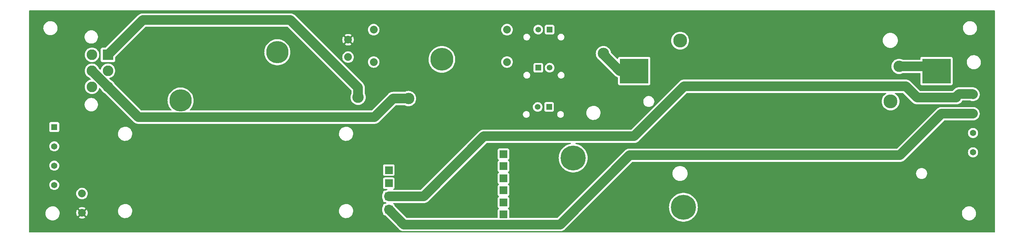
<source format=gbl>
G04 #@! TF.GenerationSoftware,KiCad,Pcbnew,7.0.9*
G04 #@! TF.CreationDate,2024-04-22T21:03:38-07:00*
G04 #@! TF.ProjectId,AVcarrierBoard,41566361-7272-4696-9572-426f6172642e,rev?*
G04 #@! TF.SameCoordinates,Original*
G04 #@! TF.FileFunction,Copper,L4,Bot*
G04 #@! TF.FilePolarity,Positive*
%FSLAX46Y46*%
G04 Gerber Fmt 4.6, Leading zero omitted, Abs format (unit mm)*
G04 Created by KiCad (PCBNEW 7.0.9) date 2024-04-22 21:03:38*
%MOMM*%
%LPD*%
G01*
G04 APERTURE LIST*
G04 #@! TA.AperFunction,WasherPad*
%ADD10C,6.000000*%
G04 #@! TD*
G04 #@! TA.AperFunction,ComponentPad*
%ADD11C,2.032000*%
G04 #@! TD*
G04 #@! TA.AperFunction,ComponentPad*
%ADD12R,1.520000X1.520000*%
G04 #@! TD*
G04 #@! TA.AperFunction,ComponentPad*
%ADD13C,1.520000*%
G04 #@! TD*
G04 #@! TA.AperFunction,ComponentPad*
%ADD14R,1.650000X1.650000*%
G04 #@! TD*
G04 #@! TA.AperFunction,ComponentPad*
%ADD15C,1.650000*%
G04 #@! TD*
G04 #@! TA.AperFunction,ComponentPad*
%ADD16R,2.032000X2.032000*%
G04 #@! TD*
G04 #@! TA.AperFunction,ComponentPad*
%ADD17R,2.800000X2.800000*%
G04 #@! TD*
G04 #@! TA.AperFunction,ComponentPad*
%ADD18C,2.800000*%
G04 #@! TD*
G04 #@! TA.AperFunction,WasherPad*
%ADD19C,6.560820*%
G04 #@! TD*
G04 #@! TA.AperFunction,ComponentPad*
%ADD20C,3.654400*%
G04 #@! TD*
G04 #@! TA.AperFunction,SMDPad,CuDef*
%ADD21R,7.467600X6.477000*%
G04 #@! TD*
G04 #@! TA.AperFunction,WasherPad*
%ADD22C,5.842000*%
G04 #@! TD*
G04 #@! TA.AperFunction,ViaPad*
%ADD23C,3.000000*%
G04 #@! TD*
G04 #@! TA.AperFunction,Conductor*
%ADD24C,2.500000*%
G04 #@! TD*
G04 APERTURE END LIST*
D10*
X131210000Y-78920000D03*
D11*
X148310000Y-71120000D03*
X148310000Y-79620000D03*
X113310000Y-71120000D03*
X113310000Y-79620000D03*
D12*
X159362399Y-91440000D03*
D13*
X156362400Y-91440000D03*
D14*
X29464000Y-96723200D03*
D15*
X29464000Y-101803200D03*
X29464000Y-106883200D03*
X29464000Y-111963200D03*
D16*
X117275000Y-108060000D03*
X117275000Y-111520000D03*
X117275000Y-114980000D03*
X117275000Y-118440000D03*
D11*
X36735000Y-114220000D03*
X36735000Y-119300000D03*
D17*
X43557799Y-77730434D03*
D18*
X43557799Y-81930433D03*
X43557799Y-86130432D03*
X39357800Y-77730434D03*
X39357800Y-81930433D03*
X39357800Y-86130432D03*
D14*
X270650000Y-88137500D03*
D15*
X270650000Y-93217500D03*
X270650000Y-98297500D03*
X270650000Y-103377500D03*
D12*
X159486600Y-71094600D03*
D13*
X156486601Y-71094600D03*
D19*
X194616600Y-117830600D03*
X165673300Y-104876600D03*
D16*
X147372600Y-103860600D03*
X147372600Y-107035600D03*
X147372600Y-110210600D03*
X147372600Y-113385600D03*
X147372600Y-116560600D03*
X147372600Y-119735600D03*
D20*
X249000000Y-90000000D03*
X193755000Y-73998000D03*
D21*
X261065000Y-81999000D03*
X181690000Y-81999000D03*
D22*
X62616800Y-89756000D03*
X88016800Y-77056000D03*
D11*
X106599387Y-78326000D03*
X106599387Y-73765535D03*
D12*
X156512001Y-81127600D03*
D13*
X159512000Y-81127600D03*
D23*
X251228000Y-80772000D03*
X175869600Y-95046800D03*
X109220000Y-88900000D03*
X173618000Y-77402600D03*
X122453400Y-89230200D03*
D24*
X43557799Y-86130432D02*
X51554367Y-94127000D01*
X113492600Y-94127000D02*
X118389400Y-89230200D01*
X51554367Y-94127000D02*
X113492600Y-94127000D01*
X118389400Y-89230200D02*
X122453400Y-89230200D01*
X270650000Y-88137500D02*
X270512500Y-88000000D01*
X270512500Y-88000000D02*
X267000000Y-88000000D01*
X267000000Y-88000000D02*
X266248800Y-88751200D01*
X266248800Y-88751200D02*
X266248800Y-89000000D01*
X266248800Y-89000000D02*
X256000000Y-89000000D01*
X194797151Y-86000000D02*
X181635551Y-99161600D01*
X256000000Y-89000000D02*
X253000000Y-86000000D01*
X253000000Y-86000000D02*
X194797151Y-86000000D01*
X181635551Y-99161600D02*
X142240000Y-99161600D01*
X142240000Y-99161600D02*
X126421600Y-114980000D01*
X126421600Y-114980000D02*
X117275000Y-114980000D01*
X251228000Y-80772000D02*
X259838000Y-80772000D01*
X259838000Y-80772000D02*
X261065000Y-81999000D01*
X52708233Y-68580000D02*
X43557799Y-77730434D01*
X109220000Y-88900000D02*
X109220000Y-86360000D01*
X91440000Y-68580000D02*
X52708233Y-68580000D01*
X109220000Y-86360000D02*
X91440000Y-68580000D01*
X270650000Y-93217500D02*
X262382500Y-93217500D01*
X262382500Y-93217500D02*
X251460000Y-104140000D01*
X251460000Y-104140000D02*
X180475527Y-104140000D01*
X180475527Y-104140000D02*
X162238327Y-122377200D01*
X121212200Y-122377200D02*
X117275000Y-118440000D01*
X162238327Y-122377200D02*
X121212200Y-122377200D01*
X182000000Y-82000000D02*
X177961400Y-82000000D01*
X177961400Y-82000000D02*
X173618000Y-77656600D01*
X43557799Y-86130432D02*
X39357800Y-81930433D01*
G04 #@! TA.AperFunction,Conductor*
G36*
X276307539Y-66059685D02*
G01*
X276353294Y-66112489D01*
X276364500Y-66164000D01*
X276364500Y-124336000D01*
X276344815Y-124403039D01*
X276292011Y-124448794D01*
X276240500Y-124460000D01*
X22984000Y-124460000D01*
X22916961Y-124440315D01*
X22871206Y-124387511D01*
X22860000Y-124336000D01*
X22860000Y-119498563D01*
X27152587Y-119498563D01*
X27182213Y-119767813D01*
X27182215Y-119767824D01*
X27250726Y-120029882D01*
X27250728Y-120029888D01*
X27356670Y-120279190D01*
X27428798Y-120397375D01*
X27497779Y-120510405D01*
X27497786Y-120510415D01*
X27671053Y-120718619D01*
X27671059Y-120718624D01*
X27832449Y-120863229D01*
X27872798Y-120899382D01*
X28098710Y-121048844D01*
X28343976Y-121163820D01*
X28343983Y-121163822D01*
X28343985Y-121163823D01*
X28603357Y-121241857D01*
X28603364Y-121241858D01*
X28603369Y-121241860D01*
X28871361Y-121281300D01*
X28871366Y-121281300D01*
X29074436Y-121281300D01*
X29125933Y-121277530D01*
X29276956Y-121266477D01*
X29389558Y-121241393D01*
X29541346Y-121207582D01*
X29541348Y-121207581D01*
X29541353Y-121207580D01*
X29794358Y-121110814D01*
X30030577Y-120978241D01*
X30244977Y-120812688D01*
X30432986Y-120617681D01*
X30590599Y-120397379D01*
X30700708Y-120183216D01*
X30714449Y-120156490D01*
X30714451Y-120156484D01*
X30714456Y-120156475D01*
X30801918Y-119900105D01*
X30851119Y-119633733D01*
X30861012Y-119363035D01*
X30854076Y-119300000D01*
X35214312Y-119300000D01*
X35233033Y-119537883D01*
X35288742Y-119769925D01*
X35380056Y-119990378D01*
X35498229Y-120183216D01*
X36251922Y-119429523D01*
X36275507Y-119509844D01*
X36353239Y-119630798D01*
X36461900Y-119724952D01*
X36592685Y-119784680D01*
X36602466Y-119786086D01*
X35851782Y-120536769D01*
X35851782Y-120536770D01*
X36044621Y-120654943D01*
X36265075Y-120746257D01*
X36265072Y-120746257D01*
X36497116Y-120801966D01*
X36735000Y-120820687D01*
X36972883Y-120801966D01*
X37204925Y-120746257D01*
X37425374Y-120654944D01*
X37618216Y-120536769D01*
X36867534Y-119786086D01*
X36877315Y-119784680D01*
X37008100Y-119724952D01*
X37116761Y-119630798D01*
X37194493Y-119509844D01*
X37218076Y-119429523D01*
X37971769Y-120183216D01*
X38089944Y-119990374D01*
X38181257Y-119769925D01*
X38236966Y-119537883D01*
X38255687Y-119300000D01*
X38236966Y-119062116D01*
X38196007Y-118891513D01*
X46203287Y-118891513D01*
X46232913Y-119160763D01*
X46232915Y-119160774D01*
X46285793Y-119363035D01*
X46301428Y-119422838D01*
X46407370Y-119672140D01*
X46546501Y-119900114D01*
X46548479Y-119903355D01*
X46548486Y-119903365D01*
X46721753Y-120111569D01*
X46721759Y-120111574D01*
X46771872Y-120156475D01*
X46923498Y-120292332D01*
X47149410Y-120441794D01*
X47394676Y-120556770D01*
X47394683Y-120556772D01*
X47394685Y-120556773D01*
X47654057Y-120634807D01*
X47654064Y-120634808D01*
X47654069Y-120634810D01*
X47922061Y-120674250D01*
X47922066Y-120674250D01*
X48125136Y-120674250D01*
X48176633Y-120670480D01*
X48327656Y-120659427D01*
X48440258Y-120634343D01*
X48592046Y-120600532D01*
X48592048Y-120600531D01*
X48592053Y-120600530D01*
X48845058Y-120503764D01*
X49081277Y-120371191D01*
X49295677Y-120205638D01*
X49483686Y-120010631D01*
X49641299Y-119790329D01*
X49723319Y-119630798D01*
X49765149Y-119549440D01*
X49765151Y-119549434D01*
X49765156Y-119549425D01*
X49852618Y-119293055D01*
X49901819Y-119026683D01*
X49906759Y-118891513D01*
X104203287Y-118891513D01*
X104232913Y-119160763D01*
X104232915Y-119160774D01*
X104285793Y-119363035D01*
X104301428Y-119422838D01*
X104407370Y-119672140D01*
X104546501Y-119900114D01*
X104548479Y-119903355D01*
X104548486Y-119903365D01*
X104721753Y-120111569D01*
X104721759Y-120111574D01*
X104771872Y-120156475D01*
X104923498Y-120292332D01*
X105149410Y-120441794D01*
X105394676Y-120556770D01*
X105394683Y-120556772D01*
X105394685Y-120556773D01*
X105654057Y-120634807D01*
X105654064Y-120634808D01*
X105654069Y-120634810D01*
X105922061Y-120674250D01*
X105922066Y-120674250D01*
X106125136Y-120674250D01*
X106176633Y-120670480D01*
X106327656Y-120659427D01*
X106440258Y-120634343D01*
X106592046Y-120600532D01*
X106592048Y-120600531D01*
X106592053Y-120600530D01*
X106845058Y-120503764D01*
X107081277Y-120371191D01*
X107295677Y-120205638D01*
X107483686Y-120010631D01*
X107641299Y-119790329D01*
X107723319Y-119630798D01*
X107765149Y-119549440D01*
X107765151Y-119549434D01*
X107765156Y-119549425D01*
X107852618Y-119293055D01*
X107901819Y-119026683D01*
X107911712Y-118755985D01*
X107884166Y-118505635D01*
X115520818Y-118505635D01*
X115550194Y-118766345D01*
X115550194Y-118766349D01*
X115618099Y-119019773D01*
X115723020Y-119260254D01*
X115723021Y-119260255D01*
X115739493Y-119286469D01*
X115758500Y-119352441D01*
X115758500Y-119503869D01*
X115758501Y-119503876D01*
X115764908Y-119563483D01*
X115815202Y-119698328D01*
X115815206Y-119698335D01*
X115901452Y-119813544D01*
X115901455Y-119813547D01*
X116016664Y-119899793D01*
X116016671Y-119899797D01*
X116151516Y-119950091D01*
X116177419Y-119952875D01*
X116211127Y-119956500D01*
X116264555Y-119956499D01*
X116331594Y-119976182D01*
X116352237Y-119992818D01*
X119951270Y-123591851D01*
X120018217Y-123664004D01*
X120095179Y-123725378D01*
X120169800Y-123789596D01*
X120169807Y-123789601D01*
X120194693Y-123805237D01*
X120200370Y-123809265D01*
X120223343Y-123827586D01*
X120308593Y-123876805D01*
X120391954Y-123929184D01*
X120418897Y-123940939D01*
X120425098Y-123944069D01*
X120450557Y-123958768D01*
X120542187Y-123994730D01*
X120632426Y-124034101D01*
X120632427Y-124034101D01*
X120632429Y-124034102D01*
X120660822Y-124041709D01*
X120667430Y-124043883D01*
X120679629Y-124048671D01*
X120694770Y-124054615D01*
X120694774Y-124054616D01*
X120694784Y-124054620D01*
X120790746Y-124076523D01*
X120885850Y-124102006D01*
X120915067Y-124105297D01*
X120921907Y-124106459D01*
X120950570Y-124113002D01*
X120950576Y-124113002D01*
X120950579Y-124113003D01*
X121048729Y-124120357D01*
X121146564Y-124131381D01*
X121244931Y-124127700D01*
X162205596Y-124127700D01*
X162303962Y-124131381D01*
X162303962Y-124131380D01*
X162303963Y-124131381D01*
X162401787Y-124120358D01*
X162499957Y-124113002D01*
X162515994Y-124109341D01*
X162528614Y-124106461D01*
X162535474Y-124105295D01*
X162538369Y-124104968D01*
X162564677Y-124102005D01*
X162628063Y-124085020D01*
X162659758Y-124076528D01*
X162755735Y-124054622D01*
X162755736Y-124054621D01*
X162755743Y-124054620D01*
X162783117Y-124043875D01*
X162789699Y-124041709D01*
X162818102Y-124034100D01*
X162908326Y-123994735D01*
X162999970Y-123958768D01*
X163025446Y-123944057D01*
X163031614Y-123940944D01*
X163058574Y-123929183D01*
X163141929Y-123876807D01*
X163227184Y-123827586D01*
X163250172Y-123809252D01*
X163255819Y-123805245D01*
X163280724Y-123789598D01*
X163355347Y-123725378D01*
X163432296Y-123664015D01*
X163432298Y-123664012D01*
X163432308Y-123664005D01*
X163499256Y-123591851D01*
X169260507Y-117830600D01*
X190830831Y-117830600D01*
X190850254Y-118213600D01*
X190894993Y-118505636D01*
X190908326Y-118592670D01*
X190953295Y-118766350D01*
X191004451Y-118963928D01*
X191137634Y-119323531D01*
X191137640Y-119323544D01*
X191306525Y-119667840D01*
X191306530Y-119667849D01*
X191509379Y-119993289D01*
X191730681Y-120279189D01*
X191744117Y-120296546D01*
X191947405Y-120510405D01*
X192008330Y-120574498D01*
X192299305Y-120824292D01*
X192299308Y-120824294D01*
X192614064Y-121043371D01*
X192909915Y-121207582D01*
X192949373Y-121229483D01*
X193035573Y-121266474D01*
X193301783Y-121380713D01*
X193301786Y-121380714D01*
X193301791Y-121380716D01*
X193667676Y-121495513D01*
X193667679Y-121495513D01*
X193667687Y-121495516D01*
X194043329Y-121572713D01*
X194348549Y-121603750D01*
X194424853Y-121611510D01*
X194424854Y-121611510D01*
X194808347Y-121611510D01*
X194871933Y-121605043D01*
X195189871Y-121572713D01*
X195565513Y-121495516D01*
X195565523Y-121495513D01*
X195931408Y-121380716D01*
X195931409Y-121380715D01*
X195931417Y-121380713D01*
X196283831Y-121229481D01*
X196619136Y-121043371D01*
X196933892Y-120824294D01*
X197224870Y-120574498D01*
X197489083Y-120296546D01*
X197723821Y-119993289D01*
X197926674Y-119667841D01*
X198009709Y-119498563D01*
X267741387Y-119498563D01*
X267771013Y-119767813D01*
X267771015Y-119767824D01*
X267839526Y-120029882D01*
X267839528Y-120029888D01*
X267945470Y-120279190D01*
X268017598Y-120397375D01*
X268086579Y-120510405D01*
X268086586Y-120510415D01*
X268259853Y-120718619D01*
X268259859Y-120718624D01*
X268421249Y-120863229D01*
X268461598Y-120899382D01*
X268687510Y-121048844D01*
X268932776Y-121163820D01*
X268932783Y-121163822D01*
X268932785Y-121163823D01*
X269192157Y-121241857D01*
X269192164Y-121241858D01*
X269192169Y-121241860D01*
X269460161Y-121281300D01*
X269460166Y-121281300D01*
X269663236Y-121281300D01*
X269714733Y-121277530D01*
X269865756Y-121266477D01*
X269978358Y-121241393D01*
X270130146Y-121207582D01*
X270130148Y-121207581D01*
X270130153Y-121207580D01*
X270383158Y-121110814D01*
X270619377Y-120978241D01*
X270833777Y-120812688D01*
X271021786Y-120617681D01*
X271179399Y-120397379D01*
X271289508Y-120183216D01*
X271303249Y-120156490D01*
X271303251Y-120156484D01*
X271303256Y-120156475D01*
X271390718Y-119900105D01*
X271439919Y-119633733D01*
X271449812Y-119363035D01*
X271420186Y-119093782D01*
X271351672Y-118831712D01*
X271245730Y-118582410D01*
X271104618Y-118351190D01*
X271103445Y-118349781D01*
X270931346Y-118142980D01*
X270931340Y-118142975D01*
X270729602Y-117962218D01*
X270503692Y-117812757D01*
X270432347Y-117779312D01*
X270258424Y-117697780D01*
X270258419Y-117697778D01*
X270258414Y-117697776D01*
X269999042Y-117619742D01*
X269999028Y-117619739D01*
X269883391Y-117602721D01*
X269731039Y-117580300D01*
X269527969Y-117580300D01*
X269527964Y-117580300D01*
X269325444Y-117595123D01*
X269325431Y-117595125D01*
X269061053Y-117654017D01*
X269061046Y-117654020D01*
X268808039Y-117750787D01*
X268571826Y-117883357D01*
X268357422Y-118048912D01*
X268169422Y-118243909D01*
X268169416Y-118243916D01*
X268011802Y-118464219D01*
X268011799Y-118464224D01*
X267887950Y-118705109D01*
X267887943Y-118705127D01*
X267800484Y-118961485D01*
X267800481Y-118961499D01*
X267751281Y-119227868D01*
X267751280Y-119227875D01*
X267741387Y-119498563D01*
X198009709Y-119498563D01*
X198095562Y-119323540D01*
X198228751Y-118963920D01*
X198324874Y-118592670D01*
X198382945Y-118213600D01*
X198402369Y-117830600D01*
X198382945Y-117447600D01*
X198324874Y-117068530D01*
X198228751Y-116697280D01*
X198222102Y-116679328D01*
X198095565Y-116337668D01*
X198095564Y-116337667D01*
X198095562Y-116337660D01*
X197926674Y-115993359D01*
X197926669Y-115993350D01*
X197723820Y-115667910D01*
X197489087Y-115364659D01*
X197489086Y-115364658D01*
X197489083Y-115364654D01*
X197224870Y-115086702D01*
X197175245Y-115044100D01*
X196933894Y-114836907D01*
X196656643Y-114643935D01*
X196619136Y-114617829D01*
X196331119Y-114457966D01*
X196283826Y-114431716D01*
X195931408Y-114280483D01*
X195565523Y-114165686D01*
X195565517Y-114165685D01*
X195565514Y-114165684D01*
X195565513Y-114165684D01*
X195189871Y-114088487D01*
X195189870Y-114088486D01*
X195189866Y-114088486D01*
X194808347Y-114049690D01*
X194808346Y-114049690D01*
X194424854Y-114049690D01*
X194424853Y-114049690D01*
X194043333Y-114088486D01*
X193667682Y-114165685D01*
X193667676Y-114165686D01*
X193301791Y-114280483D01*
X192949373Y-114431716D01*
X192614062Y-114617830D01*
X192299305Y-114836907D01*
X192008330Y-115086701D01*
X191744112Y-115364659D01*
X191509379Y-115667910D01*
X191306530Y-115993350D01*
X191306525Y-115993359D01*
X191137640Y-116337655D01*
X191137634Y-116337668D01*
X191004451Y-116697271D01*
X190908325Y-117068534D01*
X190850254Y-117447599D01*
X190830831Y-117830600D01*
X169260507Y-117830600D01*
X178146107Y-108945001D01*
X191739454Y-108945001D01*
X191759613Y-109226866D01*
X191819678Y-109502977D01*
X191819680Y-109502984D01*
X191847100Y-109576499D01*
X191918432Y-109767750D01*
X191918434Y-109767754D01*
X192053855Y-110015758D01*
X192053860Y-110015766D01*
X192223196Y-110241974D01*
X192223212Y-110241992D01*
X192423007Y-110441787D01*
X192423025Y-110441803D01*
X192649233Y-110611139D01*
X192649241Y-110611144D01*
X192897245Y-110746565D01*
X192897249Y-110746567D01*
X192897251Y-110746568D01*
X193162016Y-110845320D01*
X193300077Y-110875353D01*
X193438133Y-110905386D01*
X193438135Y-110905386D01*
X193438139Y-110905387D01*
X193649447Y-110920500D01*
X193790553Y-110920500D01*
X194001861Y-110905387D01*
X194277984Y-110845320D01*
X194542749Y-110746568D01*
X194790764Y-110611141D01*
X195016982Y-110441797D01*
X195216797Y-110241982D01*
X195386141Y-110015764D01*
X195521568Y-109767749D01*
X195620320Y-109502984D01*
X195680387Y-109226861D01*
X195691979Y-109064778D01*
X255694500Y-109064778D01*
X255714215Y-109182921D01*
X255733930Y-109301067D01*
X255811711Y-109527637D01*
X255811713Y-109527642D01*
X255925730Y-109738325D01*
X255925734Y-109738331D01*
X256049918Y-109897882D01*
X256072866Y-109927366D01*
X256249113Y-110089612D01*
X256449660Y-110220636D01*
X256669038Y-110316864D01*
X256901263Y-110375672D01*
X257080213Y-110390500D01*
X257080215Y-110390500D01*
X257199785Y-110390500D01*
X257199787Y-110390500D01*
X257378737Y-110375672D01*
X257610962Y-110316864D01*
X257830340Y-110220636D01*
X258030887Y-110089612D01*
X258207134Y-109927366D01*
X258354271Y-109738323D01*
X258468287Y-109527641D01*
X258546070Y-109301065D01*
X258585500Y-109064778D01*
X258585500Y-108825222D01*
X258546070Y-108588935D01*
X258529790Y-108541514D01*
X258468288Y-108362362D01*
X258468286Y-108362357D01*
X258376931Y-108193549D01*
X258354271Y-108151677D01*
X258354269Y-108151674D01*
X258354265Y-108151668D01*
X258207139Y-107962641D01*
X258207134Y-107962634D01*
X258030887Y-107800388D01*
X258030884Y-107800386D01*
X258030883Y-107800385D01*
X257936113Y-107738469D01*
X257830340Y-107669364D01*
X257830337Y-107669362D01*
X257830336Y-107669362D01*
X257610963Y-107573136D01*
X257378737Y-107514328D01*
X257378740Y-107514328D01*
X257271367Y-107505431D01*
X257199787Y-107499500D01*
X257080213Y-107499500D01*
X257008633Y-107505431D01*
X256901260Y-107514328D01*
X256669036Y-107573136D01*
X256449663Y-107669362D01*
X256249116Y-107800385D01*
X256072869Y-107962631D01*
X256072860Y-107962641D01*
X255925734Y-108151668D01*
X255925730Y-108151674D01*
X255811713Y-108362357D01*
X255811711Y-108362362D01*
X255733930Y-108588932D01*
X255715828Y-108697412D01*
X255694500Y-108825222D01*
X255694500Y-109064778D01*
X195691979Y-109064778D01*
X195700026Y-108952269D01*
X195700546Y-108945001D01*
X195700546Y-108944998D01*
X195692826Y-108837055D01*
X195680387Y-108663139D01*
X195679162Y-108657510D01*
X195628956Y-108426716D01*
X195620320Y-108387016D01*
X195521568Y-108122251D01*
X195509125Y-108099464D01*
X195386144Y-107874241D01*
X195386139Y-107874233D01*
X195216803Y-107648025D01*
X195216787Y-107648007D01*
X195016992Y-107448212D01*
X195016974Y-107448196D01*
X194790766Y-107278860D01*
X194790758Y-107278855D01*
X194542754Y-107143434D01*
X194542750Y-107143432D01*
X194442372Y-107105993D01*
X194277984Y-107044680D01*
X194277980Y-107044679D01*
X194277977Y-107044678D01*
X194001866Y-106984613D01*
X193790553Y-106969500D01*
X193649447Y-106969500D01*
X193438133Y-106984613D01*
X193162022Y-107044678D01*
X193162017Y-107044679D01*
X193162016Y-107044680D01*
X193098003Y-107068555D01*
X192897249Y-107143432D01*
X192897245Y-107143434D01*
X192649241Y-107278855D01*
X192649233Y-107278860D01*
X192423025Y-107448196D01*
X192423007Y-107448212D01*
X192223212Y-107648007D01*
X192223196Y-107648025D01*
X192053860Y-107874233D01*
X192053855Y-107874241D01*
X191918434Y-108122245D01*
X191918432Y-108122249D01*
X191854400Y-108293928D01*
X191828876Y-108362362D01*
X191819678Y-108387022D01*
X191759613Y-108663133D01*
X191739454Y-108944998D01*
X191739454Y-108945001D01*
X178146107Y-108945001D01*
X181164289Y-105926819D01*
X181225612Y-105893334D01*
X181251970Y-105890500D01*
X251427269Y-105890500D01*
X251525635Y-105894181D01*
X251525635Y-105894180D01*
X251525636Y-105894181D01*
X251623460Y-105883158D01*
X251721630Y-105875802D01*
X251737667Y-105872141D01*
X251750287Y-105869261D01*
X251757147Y-105868095D01*
X251760042Y-105867768D01*
X251786350Y-105864805D01*
X251849736Y-105847820D01*
X251881431Y-105839328D01*
X251977408Y-105817422D01*
X251977409Y-105817421D01*
X251977416Y-105817420D01*
X252004790Y-105806675D01*
X252011372Y-105804509D01*
X252039775Y-105796900D01*
X252129999Y-105757535D01*
X252221643Y-105721568D01*
X252247119Y-105706857D01*
X252253287Y-105703744D01*
X252280247Y-105691983D01*
X252363602Y-105639607D01*
X252448857Y-105590386D01*
X252471845Y-105572052D01*
X252477492Y-105568045D01*
X252502397Y-105552398D01*
X252577020Y-105488178D01*
X252616182Y-105456948D01*
X252653969Y-105426815D01*
X252653971Y-105426812D01*
X252653981Y-105426805D01*
X252720929Y-105354651D01*
X254698079Y-103377501D01*
X269319437Y-103377501D01*
X269339650Y-103608544D01*
X269339651Y-103608551D01*
X269399678Y-103832574D01*
X269399679Y-103832576D01*
X269399680Y-103832579D01*
X269497699Y-104042782D01*
X269630730Y-104232769D01*
X269794731Y-104396770D01*
X269984718Y-104529801D01*
X270194921Y-104627820D01*
X270418950Y-104687849D01*
X270583985Y-104702287D01*
X270649998Y-104708063D01*
X270650000Y-104708063D01*
X270650002Y-104708063D01*
X270707762Y-104703009D01*
X270881050Y-104687849D01*
X271105079Y-104627820D01*
X271315282Y-104529801D01*
X271505269Y-104396770D01*
X271669270Y-104232769D01*
X271802301Y-104042782D01*
X271900320Y-103832579D01*
X271960349Y-103608550D01*
X271980563Y-103377500D01*
X271960349Y-103146450D01*
X271900320Y-102922421D01*
X271802301Y-102712219D01*
X271802299Y-102712216D01*
X271802298Y-102712214D01*
X271669273Y-102522235D01*
X271669268Y-102522229D01*
X271505269Y-102358230D01*
X271362526Y-102258280D01*
X271315282Y-102225199D01*
X271105079Y-102127180D01*
X271105076Y-102127179D01*
X271105074Y-102127178D01*
X270881051Y-102067151D01*
X270881044Y-102067150D01*
X270650002Y-102046937D01*
X270649998Y-102046937D01*
X270418955Y-102067150D01*
X270418948Y-102067151D01*
X270194917Y-102127181D01*
X269984718Y-102225199D01*
X269984714Y-102225201D01*
X269794735Y-102358226D01*
X269794729Y-102358231D01*
X269630731Y-102522229D01*
X269630726Y-102522235D01*
X269497701Y-102712214D01*
X269497699Y-102712218D01*
X269399681Y-102922417D01*
X269339651Y-103146448D01*
X269339650Y-103146455D01*
X269319437Y-103377498D01*
X269319437Y-103377501D01*
X254698079Y-103377501D01*
X259778080Y-98297501D01*
X269319437Y-98297501D01*
X269339650Y-98528544D01*
X269339651Y-98528551D01*
X269399678Y-98752574D01*
X269399679Y-98752576D01*
X269399680Y-98752579D01*
X269497699Y-98962782D01*
X269630730Y-99152769D01*
X269794731Y-99316770D01*
X269984718Y-99449801D01*
X270194921Y-99547820D01*
X270418950Y-99607849D01*
X270583985Y-99622287D01*
X270649998Y-99628063D01*
X270650000Y-99628063D01*
X270650002Y-99628063D01*
X270707762Y-99623009D01*
X270881050Y-99607849D01*
X271105079Y-99547820D01*
X271315282Y-99449801D01*
X271505269Y-99316770D01*
X271669270Y-99152769D01*
X271802301Y-98962782D01*
X271900320Y-98752579D01*
X271960349Y-98528550D01*
X271980563Y-98297500D01*
X271960349Y-98066450D01*
X271900320Y-97842421D01*
X271802301Y-97632219D01*
X271802299Y-97632216D01*
X271802298Y-97632214D01*
X271669273Y-97442235D01*
X271669268Y-97442229D01*
X271505269Y-97278230D01*
X271505263Y-97278226D01*
X271315282Y-97145199D01*
X271105079Y-97047180D01*
X271105076Y-97047179D01*
X271105074Y-97047178D01*
X270881051Y-96987151D01*
X270881044Y-96987150D01*
X270650002Y-96966937D01*
X270649998Y-96966937D01*
X270418955Y-96987150D01*
X270418948Y-96987151D01*
X270194917Y-97047181D01*
X269984718Y-97145199D01*
X269984714Y-97145201D01*
X269794735Y-97278226D01*
X269794729Y-97278231D01*
X269630731Y-97442229D01*
X269630726Y-97442235D01*
X269497701Y-97632214D01*
X269497699Y-97632218D01*
X269399681Y-97842417D01*
X269339651Y-98066448D01*
X269339650Y-98066455D01*
X269319437Y-98297498D01*
X269319437Y-98297501D01*
X259778080Y-98297501D01*
X263071262Y-95004319D01*
X263132585Y-94970834D01*
X263158943Y-94968000D01*
X270715500Y-94968000D01*
X270911620Y-94953303D01*
X270911622Y-94953302D01*
X270911630Y-94953302D01*
X271167416Y-94894920D01*
X271411643Y-94799068D01*
X271638857Y-94667886D01*
X271843981Y-94504305D01*
X272022433Y-94311979D01*
X272170228Y-94095204D01*
X272284063Y-93858823D01*
X272361396Y-93608115D01*
X272400500Y-93348682D01*
X272400500Y-93086318D01*
X272361396Y-92826885D01*
X272284063Y-92576177D01*
X272254361Y-92514500D01*
X272170232Y-92339803D01*
X272170231Y-92339802D01*
X272170230Y-92339801D01*
X272170228Y-92339796D01*
X272022433Y-92123021D01*
X271975703Y-92072658D01*
X271843985Y-91930698D01*
X271771344Y-91872769D01*
X271638857Y-91767114D01*
X271411643Y-91635932D01*
X271167416Y-91540080D01*
X271167411Y-91540078D01*
X271167402Y-91540076D01*
X270940279Y-91488237D01*
X270911630Y-91481698D01*
X270911629Y-91481697D01*
X270911625Y-91481697D01*
X270911620Y-91481696D01*
X270715500Y-91467000D01*
X270715494Y-91467000D01*
X262415231Y-91467000D01*
X262316863Y-91463318D01*
X262316862Y-91463318D01*
X262219029Y-91474342D01*
X262120880Y-91481696D01*
X262120870Y-91481698D01*
X262092213Y-91488237D01*
X262085358Y-91489402D01*
X262056150Y-91492693D01*
X262056149Y-91492693D01*
X261961046Y-91518176D01*
X261865084Y-91540080D01*
X261865079Y-91540082D01*
X261837724Y-91550817D01*
X261831119Y-91552990D01*
X261802733Y-91560596D01*
X261802720Y-91560601D01*
X261712487Y-91599969D01*
X261620853Y-91635933D01*
X261620845Y-91635937D01*
X261595399Y-91650628D01*
X261589193Y-91653761D01*
X261562257Y-91665514D01*
X261562254Y-91665516D01*
X261478893Y-91717894D01*
X261393644Y-91767113D01*
X261370666Y-91785437D01*
X261364994Y-91789461D01*
X261340102Y-91805102D01*
X261340096Y-91805107D01*
X261265479Y-91869321D01*
X261188519Y-91930694D01*
X261188516Y-91930697D01*
X261121570Y-92002848D01*
X250771238Y-102353181D01*
X250709915Y-102386666D01*
X250683557Y-102389500D01*
X180508268Y-102389500D01*
X180409890Y-102385818D01*
X180409889Y-102385818D01*
X180312056Y-102396842D01*
X180213907Y-102404196D01*
X180213897Y-102404198D01*
X180185240Y-102410737D01*
X180178385Y-102411902D01*
X180149177Y-102415193D01*
X180149176Y-102415193D01*
X180054073Y-102440676D01*
X179958111Y-102462580D01*
X179952367Y-102464834D01*
X179930751Y-102473317D01*
X179924146Y-102475490D01*
X179895760Y-102483096D01*
X179895747Y-102483101D01*
X179805514Y-102522469D01*
X179713880Y-102558433D01*
X179713872Y-102558437D01*
X179688426Y-102573128D01*
X179682220Y-102576261D01*
X179655284Y-102588014D01*
X179655281Y-102588016D01*
X179571920Y-102640394D01*
X179486671Y-102689613D01*
X179463693Y-102707937D01*
X179458021Y-102711961D01*
X179433129Y-102727602D01*
X179433123Y-102727607D01*
X179358506Y-102791821D01*
X179281546Y-102853194D01*
X179281543Y-102853197D01*
X179214597Y-102925348D01*
X161549565Y-120590381D01*
X161488242Y-120623866D01*
X161461884Y-120626700D01*
X149013100Y-120626700D01*
X148946061Y-120607015D01*
X148900306Y-120554211D01*
X148889100Y-120502700D01*
X148889099Y-118671729D01*
X148889098Y-118671723D01*
X148889097Y-118671716D01*
X148882691Y-118612117D01*
X148835925Y-118486732D01*
X148832397Y-118477271D01*
X148832393Y-118477264D01*
X148746147Y-118362055D01*
X148746144Y-118362052D01*
X148630935Y-118275806D01*
X148630926Y-118275801D01*
X148600040Y-118264282D01*
X148544106Y-118222412D01*
X148519688Y-118156948D01*
X148534539Y-118088675D01*
X148583944Y-118039269D01*
X148600040Y-118031918D01*
X148630926Y-118020398D01*
X148630926Y-118020397D01*
X148630931Y-118020396D01*
X148746146Y-117934146D01*
X148832396Y-117818931D01*
X148882691Y-117684083D01*
X148889100Y-117624473D01*
X148889099Y-115496728D01*
X148882691Y-115437117D01*
X148857890Y-115370623D01*
X148832397Y-115302271D01*
X148832393Y-115302264D01*
X148746147Y-115187055D01*
X148746144Y-115187052D01*
X148630935Y-115100806D01*
X148630926Y-115100801D01*
X148600040Y-115089282D01*
X148544106Y-115047412D01*
X148519688Y-114981948D01*
X148534539Y-114913675D01*
X148583944Y-114864269D01*
X148600040Y-114856918D01*
X148630926Y-114845398D01*
X148630926Y-114845397D01*
X148630931Y-114845396D01*
X148746146Y-114759146D01*
X148832396Y-114643931D01*
X148882691Y-114509083D01*
X148889100Y-114449473D01*
X148889099Y-112321728D01*
X148882691Y-112262117D01*
X148857378Y-112194250D01*
X148832397Y-112127271D01*
X148832393Y-112127264D01*
X148746147Y-112012055D01*
X148746144Y-112012052D01*
X148630935Y-111925806D01*
X148630926Y-111925801D01*
X148600040Y-111914282D01*
X148544106Y-111872412D01*
X148519688Y-111806948D01*
X148534539Y-111738675D01*
X148583944Y-111689269D01*
X148600040Y-111681918D01*
X148630926Y-111670398D01*
X148630926Y-111670397D01*
X148630931Y-111670396D01*
X148746146Y-111584146D01*
X148832396Y-111468931D01*
X148882691Y-111334083D01*
X148889100Y-111274473D01*
X148889099Y-109146728D01*
X148882691Y-109087117D01*
X148874358Y-109064776D01*
X148832397Y-108952271D01*
X148832393Y-108952264D01*
X148746147Y-108837055D01*
X148746144Y-108837052D01*
X148630935Y-108750806D01*
X148630926Y-108750801D01*
X148600040Y-108739282D01*
X148544106Y-108697412D01*
X148519688Y-108631948D01*
X148534539Y-108563675D01*
X148583944Y-108514269D01*
X148600040Y-108506918D01*
X148630926Y-108495398D01*
X148630926Y-108495397D01*
X148630931Y-108495396D01*
X148746146Y-108409146D01*
X148832396Y-108293931D01*
X148882691Y-108159083D01*
X148889100Y-108099473D01*
X148889099Y-105971728D01*
X148882691Y-105912117D01*
X148876001Y-105894181D01*
X148832397Y-105777271D01*
X148832393Y-105777264D01*
X148746147Y-105662055D01*
X148746144Y-105662052D01*
X148630935Y-105575806D01*
X148630926Y-105575801D01*
X148600040Y-105564282D01*
X148544106Y-105522412D01*
X148519688Y-105456948D01*
X148534539Y-105388675D01*
X148583944Y-105339269D01*
X148600040Y-105331918D01*
X148630926Y-105320398D01*
X148630926Y-105320397D01*
X148630931Y-105320396D01*
X148746146Y-105234146D01*
X148832396Y-105118931D01*
X148882691Y-104984083D01*
X148889100Y-104924473D01*
X148889099Y-102796728D01*
X148882691Y-102737117D01*
X148879142Y-102727602D01*
X148832397Y-102602271D01*
X148832393Y-102602264D01*
X148746147Y-102487055D01*
X148746144Y-102487052D01*
X148630935Y-102400806D01*
X148630928Y-102400802D01*
X148496082Y-102350508D01*
X148496083Y-102350508D01*
X148436483Y-102344101D01*
X148436481Y-102344100D01*
X148436473Y-102344100D01*
X148436464Y-102344100D01*
X146308729Y-102344100D01*
X146308723Y-102344101D01*
X146249116Y-102350508D01*
X146114271Y-102400802D01*
X146114264Y-102400806D01*
X145999055Y-102487052D01*
X145999052Y-102487055D01*
X145912806Y-102602264D01*
X145912802Y-102602271D01*
X145862508Y-102737117D01*
X145856627Y-102791821D01*
X145856101Y-102796723D01*
X145856100Y-102796735D01*
X145856100Y-104924470D01*
X145856101Y-104924476D01*
X145862508Y-104984083D01*
X145912802Y-105118928D01*
X145912806Y-105118935D01*
X145999052Y-105234144D01*
X145999055Y-105234147D01*
X146114264Y-105320393D01*
X146114271Y-105320397D01*
X146145160Y-105331918D01*
X146201094Y-105373789D01*
X146225511Y-105439253D01*
X146210659Y-105507526D01*
X146161254Y-105556932D01*
X146145160Y-105564282D01*
X146114271Y-105575802D01*
X146114264Y-105575806D01*
X145999055Y-105662052D01*
X145999052Y-105662055D01*
X145912806Y-105777264D01*
X145912802Y-105777271D01*
X145862508Y-105912117D01*
X145860928Y-105926819D01*
X145856101Y-105971723D01*
X145856100Y-105971735D01*
X145856100Y-108099470D01*
X145856101Y-108099476D01*
X145862508Y-108159083D01*
X145912802Y-108293928D01*
X145912806Y-108293935D01*
X145999052Y-108409144D01*
X145999055Y-108409147D01*
X146114264Y-108495393D01*
X146114271Y-108495397D01*
X146145160Y-108506918D01*
X146201094Y-108548789D01*
X146225511Y-108614253D01*
X146210659Y-108682526D01*
X146161254Y-108731932D01*
X146145160Y-108739282D01*
X146114271Y-108750802D01*
X146114264Y-108750806D01*
X145999055Y-108837052D01*
X145999052Y-108837055D01*
X145912806Y-108952264D01*
X145912802Y-108952271D01*
X145862508Y-109087117D01*
X145858556Y-109123883D01*
X145856101Y-109146723D01*
X145856100Y-109146735D01*
X145856100Y-111274470D01*
X145856101Y-111274476D01*
X145862508Y-111334083D01*
X145912802Y-111468928D01*
X145912806Y-111468935D01*
X145999052Y-111584144D01*
X145999055Y-111584147D01*
X146114264Y-111670393D01*
X146114271Y-111670397D01*
X146145160Y-111681918D01*
X146201094Y-111723789D01*
X146225511Y-111789253D01*
X146210659Y-111857526D01*
X146161254Y-111906932D01*
X146145160Y-111914282D01*
X146114271Y-111925802D01*
X146114264Y-111925806D01*
X145999055Y-112012052D01*
X145999052Y-112012055D01*
X145912806Y-112127264D01*
X145912802Y-112127271D01*
X145862508Y-112262117D01*
X145856101Y-112321716D01*
X145856101Y-112321723D01*
X145856100Y-112321735D01*
X145856100Y-114449470D01*
X145856101Y-114449476D01*
X145862508Y-114509083D01*
X145912802Y-114643928D01*
X145912806Y-114643935D01*
X145999052Y-114759144D01*
X145999055Y-114759147D01*
X146114264Y-114845393D01*
X146114271Y-114845397D01*
X146145160Y-114856918D01*
X146201094Y-114898789D01*
X146225511Y-114964253D01*
X146210659Y-115032526D01*
X146161254Y-115081932D01*
X146145160Y-115089282D01*
X146114271Y-115100802D01*
X146114264Y-115100806D01*
X145999055Y-115187052D01*
X145999052Y-115187055D01*
X145912806Y-115302264D01*
X145912802Y-115302271D01*
X145862508Y-115437117D01*
X145856101Y-115496716D01*
X145856101Y-115496723D01*
X145856100Y-115496735D01*
X145856100Y-117624470D01*
X145856101Y-117624476D01*
X145862508Y-117684083D01*
X145912802Y-117818928D01*
X145912806Y-117818935D01*
X145999052Y-117934144D01*
X145999055Y-117934147D01*
X146114264Y-118020393D01*
X146114271Y-118020397D01*
X146145160Y-118031918D01*
X146201094Y-118073789D01*
X146225511Y-118139253D01*
X146210659Y-118207526D01*
X146161254Y-118256932D01*
X146145160Y-118264282D01*
X146114271Y-118275802D01*
X146114264Y-118275806D01*
X145999055Y-118362052D01*
X145999052Y-118362055D01*
X145912806Y-118477264D01*
X145912802Y-118477271D01*
X145862508Y-118612117D01*
X145856101Y-118671716D01*
X145856100Y-118671727D01*
X145856100Y-119633733D01*
X145856101Y-120502700D01*
X145836416Y-120569739D01*
X145783613Y-120615494D01*
X145732101Y-120626700D01*
X121988643Y-120626700D01*
X121921604Y-120607015D01*
X121900962Y-120590381D01*
X118827818Y-117517237D01*
X118794333Y-117455914D01*
X118791499Y-117429556D01*
X118791499Y-117376129D01*
X118791498Y-117376123D01*
X118791497Y-117376116D01*
X118785091Y-117316517D01*
X118770094Y-117276309D01*
X118734797Y-117181671D01*
X118734793Y-117181664D01*
X118648547Y-117066455D01*
X118648544Y-117066452D01*
X118533335Y-116980206D01*
X118533328Y-116980202D01*
X118507802Y-116970682D01*
X118451868Y-116928811D01*
X118427451Y-116863347D01*
X118442302Y-116795074D01*
X118491707Y-116745668D01*
X118551135Y-116730500D01*
X126388869Y-116730500D01*
X126487235Y-116734181D01*
X126487235Y-116734180D01*
X126487236Y-116734181D01*
X126585060Y-116723158D01*
X126683230Y-116715802D01*
X126699267Y-116712141D01*
X126711887Y-116709261D01*
X126718747Y-116708095D01*
X126721642Y-116707768D01*
X126747950Y-116704805D01*
X126811336Y-116687820D01*
X126843031Y-116679328D01*
X126939008Y-116657422D01*
X126939009Y-116657421D01*
X126939016Y-116657420D01*
X126966390Y-116646675D01*
X126972972Y-116644509D01*
X127001375Y-116636900D01*
X127091599Y-116597535D01*
X127183243Y-116561568D01*
X127208719Y-116546857D01*
X127214887Y-116543744D01*
X127241847Y-116531983D01*
X127325202Y-116479607D01*
X127410457Y-116430386D01*
X127433445Y-116412052D01*
X127439092Y-116408045D01*
X127463997Y-116392398D01*
X127538620Y-116328178D01*
X127615569Y-116266815D01*
X127615571Y-116266812D01*
X127615581Y-116266805D01*
X127682529Y-116194651D01*
X142928762Y-100948419D01*
X142990085Y-100914934D01*
X143016443Y-100912100D01*
X164962787Y-100912100D01*
X165029826Y-100931785D01*
X165075581Y-100984589D01*
X165085525Y-101053747D01*
X165056500Y-101117303D01*
X164997722Y-101155077D01*
X164987759Y-101157559D01*
X164738486Y-101208786D01*
X164724382Y-101211685D01*
X164724376Y-101211686D01*
X164358491Y-101326483D01*
X164006073Y-101477716D01*
X163670762Y-101663830D01*
X163356005Y-101882907D01*
X163065030Y-102132701D01*
X162800812Y-102410659D01*
X162566079Y-102713910D01*
X162363230Y-103039350D01*
X162363225Y-103039359D01*
X162194340Y-103383655D01*
X162194334Y-103383668D01*
X162061151Y-103743271D01*
X161965025Y-104114534D01*
X161906954Y-104493599D01*
X161887531Y-104876600D01*
X161906954Y-105259600D01*
X161964139Y-105632880D01*
X161965026Y-105638670D01*
X162011308Y-105817422D01*
X162061151Y-106009928D01*
X162194334Y-106369531D01*
X162194340Y-106369544D01*
X162363225Y-106713840D01*
X162363230Y-106713849D01*
X162566079Y-107039289D01*
X162751519Y-107278859D01*
X162800817Y-107342546D01*
X162901260Y-107448212D01*
X163065030Y-107620498D01*
X163356005Y-107870292D01*
X163356008Y-107870294D01*
X163670764Y-108089371D01*
X164006069Y-108275481D01*
X164006073Y-108275483D01*
X164049072Y-108293935D01*
X164358483Y-108426713D01*
X164358486Y-108426714D01*
X164358491Y-108426716D01*
X164724376Y-108541513D01*
X164724379Y-108541513D01*
X164724387Y-108541516D01*
X165100029Y-108618713D01*
X165405249Y-108649750D01*
X165481553Y-108657510D01*
X165481554Y-108657510D01*
X165865047Y-108657510D01*
X165928633Y-108651043D01*
X166246571Y-108618713D01*
X166622213Y-108541516D01*
X166769202Y-108495398D01*
X166988108Y-108426716D01*
X166988109Y-108426715D01*
X166988117Y-108426713D01*
X167340531Y-108275481D01*
X167675836Y-108089371D01*
X167990592Y-107870294D01*
X168281570Y-107620498D01*
X168545783Y-107342546D01*
X168780521Y-107039289D01*
X168983374Y-106713841D01*
X169152262Y-106369540D01*
X169285451Y-106009920D01*
X169381574Y-105638670D01*
X169439645Y-105259600D01*
X169459069Y-104876600D01*
X169439645Y-104493600D01*
X169381574Y-104114530D01*
X169285451Y-103743280D01*
X169235552Y-103608550D01*
X169152265Y-103383668D01*
X169152264Y-103383667D01*
X169152262Y-103383660D01*
X168983374Y-103039359D01*
X168983369Y-103039350D01*
X168848186Y-102822469D01*
X168780521Y-102713911D01*
X168549297Y-102415194D01*
X168545787Y-102410659D01*
X168545786Y-102410658D01*
X168545783Y-102410654D01*
X168281570Y-102132702D01*
X168181666Y-102046937D01*
X167990594Y-101882907D01*
X167675837Y-101663830D01*
X167675836Y-101663829D01*
X167340531Y-101477719D01*
X167340532Y-101477719D01*
X167340526Y-101477716D01*
X166988108Y-101326483D01*
X166622223Y-101211686D01*
X166622217Y-101211685D01*
X166622214Y-101211684D01*
X166622213Y-101211684D01*
X166358850Y-101157561D01*
X166297147Y-101124785D01*
X166262958Y-101063852D01*
X166267140Y-100994107D01*
X166308364Y-100937695D01*
X166373543Y-100912526D01*
X166383813Y-100912100D01*
X181602820Y-100912100D01*
X181701186Y-100915781D01*
X181701186Y-100915780D01*
X181701187Y-100915781D01*
X181799011Y-100904758D01*
X181897181Y-100897402D01*
X181913218Y-100893741D01*
X181925838Y-100890861D01*
X181932698Y-100889695D01*
X181935593Y-100889368D01*
X181961901Y-100886405D01*
X182025287Y-100869420D01*
X182056982Y-100860928D01*
X182152959Y-100839022D01*
X182152960Y-100839021D01*
X182152967Y-100839020D01*
X182180341Y-100828275D01*
X182186923Y-100826109D01*
X182215326Y-100818500D01*
X182305550Y-100779135D01*
X182397194Y-100743168D01*
X182422670Y-100728457D01*
X182428838Y-100725344D01*
X182455798Y-100713583D01*
X182539153Y-100661207D01*
X182624408Y-100611986D01*
X182647396Y-100593652D01*
X182653043Y-100589645D01*
X182677948Y-100573998D01*
X182752571Y-100509778D01*
X182773799Y-100492850D01*
X182829520Y-100448415D01*
X182829522Y-100448412D01*
X182829532Y-100448405D01*
X182896480Y-100376251D01*
X195485913Y-87786819D01*
X195547236Y-87753334D01*
X195573594Y-87750500D01*
X247768093Y-87750500D01*
X247835132Y-87770185D01*
X247880887Y-87822989D01*
X247890831Y-87892147D01*
X247861806Y-87955703D01*
X247836984Y-87977602D01*
X247579944Y-88149350D01*
X247350535Y-88350535D01*
X247149350Y-88579944D01*
X246979828Y-88833651D01*
X246844879Y-89107300D01*
X246844870Y-89107321D01*
X246746793Y-89396246D01*
X246746789Y-89396261D01*
X246687265Y-89695511D01*
X246687261Y-89695538D01*
X246667306Y-89999992D01*
X246667306Y-90000007D01*
X246687261Y-90304461D01*
X246687262Y-90304471D01*
X246687263Y-90304478D01*
X246687265Y-90304488D01*
X246746789Y-90603738D01*
X246746793Y-90603753D01*
X246844870Y-90892678D01*
X246844879Y-90892699D01*
X246979828Y-91166348D01*
X247082486Y-91319986D01*
X247123893Y-91381957D01*
X247149350Y-91420055D01*
X247350535Y-91649464D01*
X247508060Y-91787609D01*
X247579946Y-91850651D01*
X247748316Y-91963151D01*
X247833651Y-92020171D01*
X248107300Y-92155120D01*
X248107305Y-92155122D01*
X248107317Y-92155128D01*
X248396254Y-92253209D01*
X248695522Y-92312737D01*
X248724763Y-92314653D01*
X248999993Y-92332694D01*
X249000000Y-92332694D01*
X249000007Y-92332694D01*
X249243756Y-92316716D01*
X249304478Y-92312737D01*
X249603746Y-92253209D01*
X249892683Y-92155128D01*
X250166347Y-92020172D01*
X250420054Y-91850651D01*
X250649464Y-91649464D01*
X250850651Y-91420054D01*
X251020172Y-91166347D01*
X251155128Y-90892683D01*
X251253209Y-90603746D01*
X251312737Y-90304478D01*
X251323458Y-90140913D01*
X251332694Y-90000007D01*
X251332694Y-89999992D01*
X251312738Y-89695538D01*
X251312737Y-89695522D01*
X251253209Y-89396254D01*
X251155128Y-89107317D01*
X251148855Y-89094597D01*
X251020171Y-88833651D01*
X250905414Y-88661905D01*
X250850651Y-88579946D01*
X250806570Y-88529681D01*
X250649464Y-88350535D01*
X250420055Y-88149350D01*
X250414869Y-88145885D01*
X250219806Y-88015548D01*
X250163016Y-87977602D01*
X250118211Y-87923990D01*
X250109504Y-87854665D01*
X250139658Y-87791638D01*
X250199101Y-87754918D01*
X250231907Y-87750500D01*
X252223557Y-87750500D01*
X252290596Y-87770185D01*
X252311238Y-87786819D01*
X254739070Y-90214651D01*
X254806017Y-90286804D01*
X254882979Y-90348178D01*
X254957600Y-90412396D01*
X254957607Y-90412401D01*
X254982493Y-90428037D01*
X254988170Y-90432065D01*
X255011143Y-90450386D01*
X255096393Y-90499605D01*
X255179754Y-90551984D01*
X255206697Y-90563739D01*
X255212898Y-90566869D01*
X255238357Y-90581568D01*
X255329987Y-90617530D01*
X255420226Y-90656901D01*
X255448620Y-90664508D01*
X255455218Y-90666679D01*
X255482584Y-90677420D01*
X255482590Y-90677421D01*
X255482592Y-90677422D01*
X255546622Y-90692036D01*
X255578562Y-90699326D01*
X255673650Y-90724805D01*
X255702856Y-90728095D01*
X255709701Y-90729258D01*
X255738370Y-90735802D01*
X255738375Y-90735802D01*
X255738378Y-90735803D01*
X255836539Y-90743158D01*
X255934364Y-90754181D01*
X256032731Y-90750500D01*
X266117618Y-90750500D01*
X266379982Y-90750500D01*
X266442676Y-90741049D01*
X266447219Y-90740538D01*
X266510430Y-90735802D01*
X266572223Y-90721697D01*
X266576745Y-90720841D01*
X266639415Y-90711396D01*
X266699958Y-90692720D01*
X266704440Y-90691519D01*
X266766216Y-90677420D01*
X266825203Y-90654268D01*
X266829571Y-90652739D01*
X266890123Y-90634063D01*
X266924453Y-90617530D01*
X266947213Y-90606570D01*
X266951457Y-90604717D01*
X266971440Y-90596874D01*
X267010437Y-90581571D01*
X267010440Y-90581568D01*
X267010443Y-90581568D01*
X267041700Y-90563521D01*
X267065314Y-90549888D01*
X267069415Y-90547720D01*
X267077997Y-90543587D01*
X267126504Y-90520228D01*
X267126507Y-90520225D01*
X267126512Y-90520223D01*
X267178854Y-90484536D01*
X267182783Y-90482067D01*
X267237653Y-90450389D01*
X267237657Y-90450386D01*
X267287216Y-90410862D01*
X267290905Y-90408139D01*
X267343279Y-90372433D01*
X267389735Y-90329326D01*
X267393218Y-90326328D01*
X267442781Y-90286805D01*
X267485899Y-90240333D01*
X267489133Y-90237099D01*
X267535605Y-90193981D01*
X267575128Y-90144418D01*
X267578126Y-90140935D01*
X267621233Y-90094479D01*
X267656939Y-90042105D01*
X267659662Y-90038416D01*
X267699186Y-89988857D01*
X267699186Y-89988856D01*
X267699189Y-89988853D01*
X267730867Y-89933983D01*
X267733336Y-89930054D01*
X267769023Y-89877712D01*
X267769027Y-89877705D01*
X267769028Y-89877704D01*
X267796527Y-89820598D01*
X267798689Y-89816511D01*
X267801025Y-89812466D01*
X267851607Y-89764267D01*
X267908393Y-89750500D01*
X269943732Y-89750500D01*
X269993318Y-89760846D01*
X270070225Y-89794400D01*
X270323649Y-89862305D01*
X270323655Y-89862306D01*
X270584362Y-89891680D01*
X270584362Y-89891679D01*
X270584363Y-89891680D01*
X270846543Y-89881870D01*
X271104333Y-89833094D01*
X271351973Y-89746441D01*
X271583933Y-89623846D01*
X271795030Y-89468050D01*
X271980550Y-89282530D01*
X272136346Y-89071433D01*
X272258941Y-88839473D01*
X272345594Y-88591833D01*
X272394370Y-88334043D01*
X272404180Y-88071863D01*
X272403613Y-88066832D01*
X272374806Y-87811155D01*
X272374805Y-87811149D01*
X272348897Y-87714461D01*
X272306900Y-87557725D01*
X272201983Y-87317253D01*
X272062397Y-87095103D01*
X272062396Y-87095102D01*
X272062395Y-87095100D01*
X271934109Y-86946029D01*
X271934109Y-86946030D01*
X271934101Y-86946021D01*
X271773433Y-86785352D01*
X271706481Y-86713195D01*
X271629520Y-86651821D01*
X271554897Y-86587602D01*
X271554894Y-86587600D01*
X271530006Y-86571961D01*
X271524332Y-86567936D01*
X271501356Y-86549613D01*
X271416102Y-86500392D01*
X271332751Y-86448019D01*
X271332741Y-86448014D01*
X271305804Y-86436261D01*
X271299594Y-86433126D01*
X271274145Y-86418432D01*
X271274141Y-86418431D01*
X271182499Y-86382464D01*
X271092276Y-86343100D01*
X271092268Y-86343098D01*
X271063882Y-86335491D01*
X271057277Y-86333317D01*
X271029920Y-86322581D01*
X270933930Y-86300671D01*
X270838849Y-86275194D01*
X270815174Y-86272527D01*
X270809640Y-86271903D01*
X270802785Y-86270738D01*
X270774129Y-86264197D01*
X270774124Y-86264196D01*
X270675960Y-86256841D01*
X270578135Y-86245818D01*
X270479769Y-86249500D01*
X267032714Y-86249500D01*
X266934362Y-86245819D01*
X266934361Y-86245819D01*
X266836554Y-86256840D01*
X266738380Y-86264196D01*
X266738370Y-86264198D01*
X266709704Y-86270739D01*
X266702849Y-86271904D01*
X266673650Y-86275194D01*
X266673649Y-86275194D01*
X266583719Y-86299291D01*
X266578569Y-86300671D01*
X266482584Y-86322580D01*
X266482580Y-86322581D01*
X266482578Y-86322582D01*
X266468407Y-86328143D01*
X266455215Y-86333320D01*
X266448612Y-86335493D01*
X266420228Y-86343098D01*
X266420223Y-86343100D01*
X266330000Y-86382464D01*
X266238360Y-86418430D01*
X266212895Y-86433131D01*
X266206689Y-86436264D01*
X266179754Y-86448016D01*
X266179742Y-86448022D01*
X266096398Y-86500391D01*
X266011137Y-86549617D01*
X265988164Y-86567937D01*
X265982493Y-86571961D01*
X265957604Y-86587600D01*
X265882979Y-86651821D01*
X265806019Y-86713194D01*
X265806016Y-86713197D01*
X265739070Y-86785348D01*
X265311238Y-87213181D01*
X265249915Y-87246666D01*
X265223557Y-87249500D01*
X256776443Y-87249500D01*
X256709404Y-87229815D01*
X256688762Y-87213181D01*
X255509229Y-86033648D01*
X254260929Y-84785348D01*
X254216448Y-84737409D01*
X254193988Y-84713202D01*
X254193987Y-84713200D01*
X254193979Y-84713194D01*
X254117020Y-84651821D01*
X254042397Y-84587602D01*
X254042394Y-84587600D01*
X254017506Y-84571961D01*
X254011832Y-84567936D01*
X253988856Y-84549613D01*
X253903602Y-84500392D01*
X253820251Y-84448019D01*
X253820241Y-84448014D01*
X253793304Y-84436261D01*
X253787094Y-84433126D01*
X253761645Y-84418432D01*
X253761641Y-84418431D01*
X253669999Y-84382464D01*
X253579776Y-84343100D01*
X253579768Y-84343098D01*
X253551382Y-84335491D01*
X253544777Y-84333317D01*
X253517420Y-84322581D01*
X253421430Y-84300671D01*
X253326349Y-84275194D01*
X253302674Y-84272527D01*
X253297140Y-84271903D01*
X253290285Y-84270738D01*
X253261629Y-84264197D01*
X253261624Y-84264196D01*
X253163460Y-84256841D01*
X253065635Y-84245818D01*
X252967269Y-84249500D01*
X194829865Y-84249500D01*
X194731513Y-84245819D01*
X194731512Y-84245819D01*
X194633705Y-84256840D01*
X194535531Y-84264196D01*
X194535521Y-84264198D01*
X194506855Y-84270739D01*
X194500000Y-84271904D01*
X194470801Y-84275194D01*
X194470800Y-84275194D01*
X194375720Y-84300671D01*
X194279735Y-84322580D01*
X194279731Y-84322581D01*
X194279729Y-84322582D01*
X194265558Y-84328143D01*
X194252366Y-84333320D01*
X194245763Y-84335493D01*
X194217379Y-84343098D01*
X194217374Y-84343100D01*
X194127151Y-84382464D01*
X194035511Y-84418430D01*
X194010046Y-84433131D01*
X194003840Y-84436264D01*
X193976905Y-84448016D01*
X193976893Y-84448022D01*
X193893549Y-84500391D01*
X193808288Y-84549617D01*
X193785315Y-84567937D01*
X193779644Y-84571961D01*
X193754755Y-84587600D01*
X193680130Y-84651821D01*
X193603170Y-84713194D01*
X193603167Y-84713197D01*
X193536221Y-84785348D01*
X180946789Y-97374781D01*
X180885466Y-97408266D01*
X180859108Y-97411100D01*
X142272731Y-97411100D01*
X142174363Y-97407418D01*
X142076539Y-97418441D01*
X141978375Y-97425796D01*
X141978372Y-97425797D01*
X141949703Y-97432339D01*
X141942849Y-97433503D01*
X141913651Y-97436794D01*
X141913649Y-97436794D01*
X141818562Y-97462273D01*
X141722586Y-97484179D01*
X141695225Y-97494917D01*
X141688617Y-97497091D01*
X141660229Y-97504697D01*
X141660224Y-97504699D01*
X141569984Y-97544071D01*
X141478359Y-97580031D01*
X141478358Y-97580031D01*
X141452902Y-97594727D01*
X141446696Y-97597860D01*
X141419760Y-97609612D01*
X141419755Y-97609615D01*
X141419753Y-97609616D01*
X141383788Y-97632214D01*
X141336385Y-97661999D01*
X141251142Y-97711214D01*
X141251141Y-97711215D01*
X141228167Y-97729535D01*
X141222498Y-97733558D01*
X141197603Y-97749201D01*
X141197598Y-97749205D01*
X141122979Y-97813421D01*
X141046019Y-97874794D01*
X141046016Y-97874797D01*
X141017302Y-97905744D01*
X140979070Y-97946948D01*
X133350213Y-105575806D01*
X125732838Y-113193181D01*
X125671515Y-113226666D01*
X125645157Y-113229500D01*
X118551135Y-113229500D01*
X118484096Y-113209815D01*
X118438341Y-113157011D01*
X118428397Y-113087853D01*
X118457422Y-113024297D01*
X118507802Y-112989318D01*
X118533328Y-112979797D01*
X118533327Y-112979797D01*
X118533331Y-112979796D01*
X118648546Y-112893546D01*
X118734796Y-112778331D01*
X118785091Y-112643483D01*
X118791500Y-112583873D01*
X118791499Y-110456128D01*
X118785091Y-110396517D01*
X118777316Y-110375672D01*
X118734797Y-110261671D01*
X118734793Y-110261664D01*
X118648547Y-110146455D01*
X118648544Y-110146452D01*
X118533335Y-110060206D01*
X118533328Y-110060202D01*
X118398482Y-110009908D01*
X118398483Y-110009908D01*
X118338883Y-110003501D01*
X118338881Y-110003500D01*
X118338873Y-110003500D01*
X118338864Y-110003500D01*
X116211129Y-110003500D01*
X116211123Y-110003501D01*
X116151516Y-110009908D01*
X116016671Y-110060202D01*
X116016664Y-110060206D01*
X115901455Y-110146452D01*
X115901452Y-110146455D01*
X115815206Y-110261664D01*
X115815202Y-110261671D01*
X115764908Y-110396517D01*
X115760040Y-110441803D01*
X115758501Y-110456123D01*
X115758500Y-110456135D01*
X115758500Y-112583870D01*
X115758501Y-112583876D01*
X115764908Y-112643483D01*
X115815202Y-112778328D01*
X115815206Y-112778335D01*
X115901452Y-112893544D01*
X115901455Y-112893547D01*
X116016664Y-112979793D01*
X116016671Y-112979797D01*
X116151517Y-113030091D01*
X116151516Y-113030091D01*
X116158444Y-113030835D01*
X116211127Y-113036500D01*
X116822828Y-113036499D01*
X116889865Y-113056183D01*
X116935620Y-113108987D01*
X116945564Y-113178146D01*
X116916539Y-113241702D01*
X116857761Y-113279476D01*
X116850419Y-113281390D01*
X116757595Y-113302576D01*
X116757578Y-113302582D01*
X116513363Y-113398429D01*
X116513353Y-113398434D01*
X116429426Y-113446888D01*
X116367429Y-113463500D01*
X116211130Y-113463500D01*
X116211123Y-113463501D01*
X116151516Y-113469908D01*
X116016671Y-113520202D01*
X116016664Y-113520206D01*
X115901455Y-113606452D01*
X115901452Y-113606455D01*
X115815206Y-113721664D01*
X115815202Y-113721671D01*
X115764908Y-113856517D01*
X115758501Y-113916116D01*
X115758500Y-113916135D01*
X115758500Y-114066253D01*
X115746220Y-114120054D01*
X115640938Y-114338673D01*
X115563606Y-114589376D01*
X115563605Y-114589381D01*
X115563604Y-114589385D01*
X115555382Y-114643935D01*
X115524500Y-114848812D01*
X115524500Y-115111187D01*
X115535936Y-115187054D01*
X115563604Y-115370615D01*
X115563605Y-115370617D01*
X115563606Y-115370623D01*
X115602505Y-115496729D01*
X115640937Y-115621323D01*
X115746220Y-115839946D01*
X115758500Y-115893745D01*
X115758500Y-116043869D01*
X115758501Y-116043876D01*
X115764908Y-116103483D01*
X115815202Y-116238328D01*
X115815206Y-116238335D01*
X115901452Y-116353544D01*
X115901455Y-116353547D01*
X116016664Y-116439793D01*
X116016671Y-116439797D01*
X116061618Y-116456561D01*
X116151517Y-116490091D01*
X116211127Y-116496500D01*
X116367428Y-116496499D01*
X116429429Y-116513112D01*
X116513357Y-116561568D01*
X116593399Y-116592982D01*
X116648613Y-116635798D01*
X116671914Y-116701667D01*
X116655903Y-116769678D01*
X116605666Y-116818237D01*
X116589053Y-116825451D01*
X116573032Y-116831057D01*
X116573030Y-116831057D01*
X116573027Y-116831059D01*
X116425305Y-116909131D01*
X116367368Y-116923500D01*
X116211130Y-116923500D01*
X116211123Y-116923501D01*
X116151516Y-116929908D01*
X116016671Y-116980202D01*
X116016664Y-116980206D01*
X115901455Y-117066452D01*
X115901452Y-117066455D01*
X115815206Y-117181664D01*
X115815202Y-117181671D01*
X115764908Y-117316517D01*
X115760753Y-117355168D01*
X115758501Y-117376123D01*
X115758500Y-117376135D01*
X115758500Y-117532368D01*
X115744130Y-117590309D01*
X115666061Y-117738022D01*
X115666059Y-117738025D01*
X115666059Y-117738027D01*
X115637748Y-117818935D01*
X115579404Y-117985672D01*
X115579403Y-117985677D01*
X115530629Y-118243457D01*
X115520818Y-118505635D01*
X107884166Y-118505635D01*
X107882086Y-118486732D01*
X107813572Y-118224662D01*
X107707630Y-117975360D01*
X107566518Y-117744140D01*
X107527934Y-117697776D01*
X107393246Y-117535930D01*
X107393240Y-117535925D01*
X107191502Y-117355168D01*
X106965592Y-117205707D01*
X106965590Y-117205706D01*
X106720324Y-117090730D01*
X106720319Y-117090728D01*
X106720314Y-117090726D01*
X106460942Y-117012692D01*
X106460928Y-117012689D01*
X106345291Y-116995671D01*
X106192939Y-116973250D01*
X105989869Y-116973250D01*
X105989864Y-116973250D01*
X105787344Y-116988073D01*
X105787331Y-116988075D01*
X105522953Y-117046967D01*
X105522946Y-117046970D01*
X105269939Y-117143737D01*
X105033726Y-117276307D01*
X105033724Y-117276308D01*
X105033723Y-117276309D01*
X104971393Y-117324438D01*
X104819322Y-117441862D01*
X104631322Y-117636859D01*
X104631316Y-117636866D01*
X104473702Y-117857169D01*
X104473699Y-117857174D01*
X104349850Y-118098059D01*
X104349843Y-118098077D01*
X104262384Y-118354435D01*
X104262381Y-118354449D01*
X104213181Y-118620818D01*
X104213180Y-118620825D01*
X104203287Y-118891513D01*
X49906759Y-118891513D01*
X49911712Y-118755985D01*
X49882086Y-118486732D01*
X49813572Y-118224662D01*
X49707630Y-117975360D01*
X49566518Y-117744140D01*
X49527934Y-117697776D01*
X49393246Y-117535930D01*
X49393240Y-117535925D01*
X49191502Y-117355168D01*
X48965592Y-117205707D01*
X48965590Y-117205706D01*
X48720324Y-117090730D01*
X48720319Y-117090728D01*
X48720314Y-117090726D01*
X48460942Y-117012692D01*
X48460928Y-117012689D01*
X48345291Y-116995671D01*
X48192939Y-116973250D01*
X47989869Y-116973250D01*
X47989864Y-116973250D01*
X47787344Y-116988073D01*
X47787331Y-116988075D01*
X47522953Y-117046967D01*
X47522946Y-117046970D01*
X47269939Y-117143737D01*
X47033726Y-117276307D01*
X47033724Y-117276308D01*
X47033723Y-117276309D01*
X46971393Y-117324438D01*
X46819322Y-117441862D01*
X46631322Y-117636859D01*
X46631316Y-117636866D01*
X46473702Y-117857169D01*
X46473699Y-117857174D01*
X46349850Y-118098059D01*
X46349843Y-118098077D01*
X46262384Y-118354435D01*
X46262381Y-118354449D01*
X46213181Y-118620818D01*
X46213180Y-118620825D01*
X46203287Y-118891513D01*
X38196007Y-118891513D01*
X38181257Y-118830074D01*
X38089943Y-118609621D01*
X37971769Y-118416782D01*
X37218076Y-119170475D01*
X37194493Y-119090156D01*
X37116761Y-118969202D01*
X37008100Y-118875048D01*
X36877315Y-118815320D01*
X36867533Y-118813913D01*
X37618216Y-118063229D01*
X37425378Y-117945056D01*
X37204924Y-117853742D01*
X37204927Y-117853742D01*
X36972883Y-117798033D01*
X36735000Y-117779312D01*
X36497116Y-117798033D01*
X36265074Y-117853742D01*
X36044621Y-117945056D01*
X35851782Y-118063229D01*
X36602467Y-118813913D01*
X36592685Y-118815320D01*
X36461900Y-118875048D01*
X36353239Y-118969202D01*
X36275507Y-119090156D01*
X36251923Y-119170476D01*
X35498229Y-118416782D01*
X35380056Y-118609621D01*
X35288742Y-118830074D01*
X35233033Y-119062116D01*
X35214312Y-119300000D01*
X30854076Y-119300000D01*
X30831386Y-119093782D01*
X30762872Y-118831712D01*
X30656930Y-118582410D01*
X30515818Y-118351190D01*
X30514645Y-118349781D01*
X30342546Y-118142980D01*
X30342540Y-118142975D01*
X30140802Y-117962218D01*
X29914892Y-117812757D01*
X29843547Y-117779312D01*
X29669624Y-117697780D01*
X29669619Y-117697778D01*
X29669614Y-117697776D01*
X29410242Y-117619742D01*
X29410228Y-117619739D01*
X29294591Y-117602721D01*
X29142239Y-117580300D01*
X28939169Y-117580300D01*
X28939164Y-117580300D01*
X28736644Y-117595123D01*
X28736631Y-117595125D01*
X28472253Y-117654017D01*
X28472246Y-117654020D01*
X28219239Y-117750787D01*
X27983026Y-117883357D01*
X27768622Y-118048912D01*
X27580622Y-118243909D01*
X27580616Y-118243916D01*
X27423002Y-118464219D01*
X27422999Y-118464224D01*
X27299150Y-118705109D01*
X27299143Y-118705127D01*
X27211684Y-118961485D01*
X27211681Y-118961499D01*
X27162481Y-119227868D01*
X27162480Y-119227875D01*
X27152587Y-119498563D01*
X22860000Y-119498563D01*
X22860000Y-114220000D01*
X35213811Y-114220000D01*
X35232538Y-114457963D01*
X35288261Y-114690068D01*
X35379608Y-114910600D01*
X35379610Y-114910604D01*
X35379611Y-114910605D01*
X35504332Y-115114132D01*
X35659357Y-115295643D01*
X35840868Y-115450668D01*
X36044395Y-115575389D01*
X36044397Y-115575389D01*
X36044399Y-115575391D01*
X36120071Y-115606735D01*
X36264927Y-115666737D01*
X36497034Y-115722461D01*
X36735000Y-115741189D01*
X36972966Y-115722461D01*
X37205073Y-115666737D01*
X37425605Y-115575389D01*
X37629132Y-115450668D01*
X37810643Y-115295643D01*
X37965668Y-115114132D01*
X38090389Y-114910605D01*
X38181737Y-114690073D01*
X38237461Y-114457966D01*
X38256189Y-114220000D01*
X38237461Y-113982034D01*
X38181737Y-113749927D01*
X38090389Y-113529395D01*
X37965668Y-113325868D01*
X37810643Y-113144357D01*
X37629132Y-112989332D01*
X37425605Y-112864611D01*
X37425604Y-112864610D01*
X37425600Y-112864608D01*
X37205068Y-112773261D01*
X36972962Y-112717538D01*
X36972963Y-112717538D01*
X36735000Y-112698811D01*
X36497036Y-112717538D01*
X36264931Y-112773261D01*
X36044399Y-112864608D01*
X35840867Y-112989332D01*
X35659357Y-113144357D01*
X35504332Y-113325867D01*
X35379608Y-113529399D01*
X35288261Y-113749931D01*
X35232538Y-113982036D01*
X35213811Y-114220000D01*
X22860000Y-114220000D01*
X22860000Y-111963201D01*
X28133437Y-111963201D01*
X28153650Y-112194244D01*
X28153651Y-112194251D01*
X28213678Y-112418274D01*
X28213679Y-112418276D01*
X28213680Y-112418279D01*
X28311699Y-112628482D01*
X28444730Y-112818469D01*
X28608731Y-112982470D01*
X28798718Y-113115501D01*
X29008921Y-113213520D01*
X29232950Y-113273549D01*
X29397985Y-113287987D01*
X29463998Y-113293763D01*
X29464000Y-113293763D01*
X29464002Y-113293763D01*
X29521762Y-113288709D01*
X29695050Y-113273549D01*
X29919079Y-113213520D01*
X30129282Y-113115501D01*
X30319269Y-112982470D01*
X30483270Y-112818469D01*
X30616301Y-112628482D01*
X30714320Y-112418279D01*
X30774349Y-112194250D01*
X30794563Y-111963200D01*
X30791291Y-111925806D01*
X30786620Y-111872412D01*
X30774349Y-111732150D01*
X30714320Y-111508121D01*
X30616301Y-111297919D01*
X30616299Y-111297916D01*
X30616298Y-111297914D01*
X30483273Y-111107935D01*
X30483268Y-111107929D01*
X30319269Y-110943930D01*
X30319263Y-110943926D01*
X30129282Y-110810899D01*
X29919079Y-110712880D01*
X29919076Y-110712879D01*
X29919074Y-110712878D01*
X29695051Y-110652851D01*
X29695044Y-110652850D01*
X29464002Y-110632637D01*
X29463998Y-110632637D01*
X29232955Y-110652850D01*
X29232948Y-110652851D01*
X29008917Y-110712881D01*
X28798718Y-110810899D01*
X28798714Y-110810901D01*
X28608735Y-110943926D01*
X28608729Y-110943931D01*
X28444731Y-111107929D01*
X28444726Y-111107935D01*
X28311701Y-111297914D01*
X28311699Y-111297918D01*
X28213681Y-111508117D01*
X28153651Y-111732148D01*
X28153650Y-111732155D01*
X28133437Y-111963198D01*
X28133437Y-111963201D01*
X22860000Y-111963201D01*
X22860000Y-109123870D01*
X115758500Y-109123870D01*
X115758501Y-109123876D01*
X115764908Y-109183483D01*
X115815202Y-109318328D01*
X115815206Y-109318335D01*
X115901452Y-109433544D01*
X115901455Y-109433547D01*
X116016664Y-109519793D01*
X116016671Y-109519797D01*
X116151517Y-109570091D01*
X116151516Y-109570091D01*
X116158444Y-109570835D01*
X116211127Y-109576500D01*
X118338872Y-109576499D01*
X118398483Y-109570091D01*
X118533331Y-109519796D01*
X118648546Y-109433546D01*
X118734796Y-109318331D01*
X118785091Y-109183483D01*
X118791500Y-109123873D01*
X118791499Y-106996128D01*
X118785091Y-106936517D01*
X118765205Y-106883201D01*
X118734797Y-106801671D01*
X118734793Y-106801664D01*
X118648547Y-106686455D01*
X118648544Y-106686452D01*
X118533335Y-106600206D01*
X118533328Y-106600202D01*
X118398482Y-106549908D01*
X118398483Y-106549908D01*
X118338883Y-106543501D01*
X118338881Y-106543500D01*
X118338873Y-106543500D01*
X118338864Y-106543500D01*
X116211129Y-106543500D01*
X116211123Y-106543501D01*
X116151516Y-106549908D01*
X116016671Y-106600202D01*
X116016664Y-106600206D01*
X115901455Y-106686452D01*
X115901452Y-106686455D01*
X115815206Y-106801664D01*
X115815202Y-106801671D01*
X115764908Y-106936517D01*
X115759738Y-106984613D01*
X115758501Y-106996123D01*
X115758500Y-106996135D01*
X115758500Y-109123870D01*
X22860000Y-109123870D01*
X22860000Y-106883201D01*
X28133437Y-106883201D01*
X28153650Y-107114244D01*
X28153651Y-107114251D01*
X28213678Y-107338274D01*
X28213679Y-107338276D01*
X28213680Y-107338279D01*
X28311699Y-107548482D01*
X28444730Y-107738469D01*
X28608731Y-107902470D01*
X28798718Y-108035501D01*
X29008921Y-108133520D01*
X29232950Y-108193549D01*
X29397985Y-108207987D01*
X29463998Y-108213763D01*
X29464000Y-108213763D01*
X29464002Y-108213763D01*
X29521762Y-108208709D01*
X29695050Y-108193549D01*
X29919079Y-108133520D01*
X30129282Y-108035501D01*
X30319269Y-107902470D01*
X30483270Y-107738469D01*
X30616301Y-107548482D01*
X30714320Y-107338279D01*
X30774349Y-107114250D01*
X30794563Y-106883200D01*
X30774349Y-106652150D01*
X30714320Y-106428121D01*
X30616301Y-106217919D01*
X30616299Y-106217916D01*
X30616298Y-106217914D01*
X30483273Y-106027935D01*
X30483268Y-106027929D01*
X30319269Y-105863930D01*
X30234400Y-105804504D01*
X30129282Y-105730899D01*
X29919079Y-105632880D01*
X29919076Y-105632879D01*
X29919074Y-105632878D01*
X29695051Y-105572851D01*
X29695044Y-105572850D01*
X29464002Y-105552637D01*
X29463998Y-105552637D01*
X29232955Y-105572850D01*
X29232948Y-105572851D01*
X29008917Y-105632881D01*
X28798718Y-105730899D01*
X28798714Y-105730901D01*
X28608735Y-105863926D01*
X28608729Y-105863931D01*
X28444731Y-106027929D01*
X28444726Y-106027935D01*
X28311701Y-106217914D01*
X28311699Y-106217918D01*
X28213681Y-106428117D01*
X28153651Y-106652148D01*
X28153650Y-106652155D01*
X28133437Y-106883198D01*
X28133437Y-106883201D01*
X22860000Y-106883201D01*
X22860000Y-101803201D01*
X28133437Y-101803201D01*
X28153650Y-102034244D01*
X28153651Y-102034251D01*
X28213678Y-102258274D01*
X28213679Y-102258276D01*
X28213680Y-102258279D01*
X28311699Y-102468482D01*
X28444730Y-102658469D01*
X28608731Y-102822470D01*
X28798718Y-102955501D01*
X29008921Y-103053520D01*
X29232950Y-103113549D01*
X29397985Y-103127987D01*
X29463998Y-103133763D01*
X29464000Y-103133763D01*
X29464002Y-103133763D01*
X29521762Y-103128709D01*
X29695050Y-103113549D01*
X29919079Y-103053520D01*
X30129282Y-102955501D01*
X30319269Y-102822470D01*
X30483270Y-102658469D01*
X30616301Y-102468482D01*
X30714320Y-102258279D01*
X30774349Y-102034250D01*
X30794563Y-101803200D01*
X30774349Y-101572150D01*
X30714320Y-101348121D01*
X30616301Y-101137919D01*
X30616299Y-101137916D01*
X30616298Y-101137914D01*
X30483273Y-100947935D01*
X30483268Y-100947929D01*
X30319269Y-100783930D01*
X30261055Y-100743168D01*
X30129282Y-100650899D01*
X29919079Y-100552880D01*
X29919076Y-100552879D01*
X29919074Y-100552878D01*
X29695051Y-100492851D01*
X29695044Y-100492850D01*
X29464002Y-100472637D01*
X29463998Y-100472637D01*
X29232955Y-100492850D01*
X29232948Y-100492851D01*
X29008917Y-100552881D01*
X28798718Y-100650899D01*
X28798714Y-100650901D01*
X28608735Y-100783926D01*
X28608729Y-100783931D01*
X28444731Y-100947929D01*
X28444726Y-100947935D01*
X28311701Y-101137914D01*
X28311699Y-101137918D01*
X28213681Y-101348117D01*
X28153651Y-101572148D01*
X28153650Y-101572155D01*
X28133437Y-101803198D01*
X28133437Y-101803201D01*
X22860000Y-101803201D01*
X22860000Y-98571513D01*
X46203287Y-98571513D01*
X46232913Y-98840763D01*
X46232915Y-98840774D01*
X46301426Y-99102832D01*
X46301428Y-99102838D01*
X46407370Y-99352140D01*
X46466972Y-99449801D01*
X46548479Y-99583355D01*
X46548486Y-99583365D01*
X46721753Y-99791569D01*
X46721759Y-99791574D01*
X46923498Y-99972332D01*
X47149410Y-100121794D01*
X47394676Y-100236770D01*
X47394683Y-100236772D01*
X47394685Y-100236773D01*
X47654057Y-100314807D01*
X47654064Y-100314808D01*
X47654069Y-100314810D01*
X47922061Y-100354250D01*
X47922066Y-100354250D01*
X48125136Y-100354250D01*
X48176633Y-100350480D01*
X48327656Y-100339427D01*
X48440258Y-100314343D01*
X48592046Y-100280532D01*
X48592048Y-100280531D01*
X48592053Y-100280530D01*
X48845058Y-100183764D01*
X49081277Y-100051191D01*
X49295677Y-99885638D01*
X49483686Y-99690631D01*
X49641299Y-99470329D01*
X49720249Y-99316770D01*
X49765149Y-99229440D01*
X49765151Y-99229434D01*
X49765156Y-99229425D01*
X49852618Y-98973055D01*
X49901819Y-98706683D01*
X49906759Y-98571513D01*
X104203287Y-98571513D01*
X104232913Y-98840763D01*
X104232915Y-98840774D01*
X104301426Y-99102832D01*
X104301428Y-99102838D01*
X104407370Y-99352140D01*
X104466972Y-99449801D01*
X104548479Y-99583355D01*
X104548486Y-99583365D01*
X104721753Y-99791569D01*
X104721759Y-99791574D01*
X104923498Y-99972332D01*
X105149410Y-100121794D01*
X105394676Y-100236770D01*
X105394683Y-100236772D01*
X105394685Y-100236773D01*
X105654057Y-100314807D01*
X105654064Y-100314808D01*
X105654069Y-100314810D01*
X105922061Y-100354250D01*
X105922066Y-100354250D01*
X106125136Y-100354250D01*
X106176633Y-100350480D01*
X106327656Y-100339427D01*
X106440258Y-100314343D01*
X106592046Y-100280532D01*
X106592048Y-100280531D01*
X106592053Y-100280530D01*
X106845058Y-100183764D01*
X107081277Y-100051191D01*
X107295677Y-99885638D01*
X107483686Y-99690631D01*
X107641299Y-99470329D01*
X107720249Y-99316770D01*
X107765149Y-99229440D01*
X107765151Y-99229434D01*
X107765156Y-99229425D01*
X107852618Y-98973055D01*
X107901819Y-98706683D01*
X107911712Y-98435985D01*
X107882086Y-98166732D01*
X107813572Y-97904662D01*
X107707630Y-97655360D01*
X107566518Y-97424140D01*
X107552602Y-97407418D01*
X107393246Y-97215930D01*
X107393240Y-97215925D01*
X107191502Y-97035168D01*
X106965592Y-96885707D01*
X106965590Y-96885706D01*
X106720324Y-96770730D01*
X106720319Y-96770728D01*
X106720314Y-96770726D01*
X106460942Y-96692692D01*
X106460928Y-96692689D01*
X106345291Y-96675671D01*
X106192939Y-96653250D01*
X105989869Y-96653250D01*
X105989864Y-96653250D01*
X105787344Y-96668073D01*
X105787331Y-96668075D01*
X105522953Y-96726967D01*
X105522946Y-96726970D01*
X105269939Y-96823737D01*
X105033726Y-96956307D01*
X104819322Y-97121862D01*
X104631322Y-97316859D01*
X104631316Y-97316866D01*
X104473702Y-97537169D01*
X104473699Y-97537174D01*
X104349850Y-97778059D01*
X104349843Y-97778077D01*
X104262384Y-98034435D01*
X104262381Y-98034449D01*
X104237949Y-98166725D01*
X104213794Y-98297501D01*
X104213181Y-98300818D01*
X104213180Y-98300825D01*
X104203287Y-98571513D01*
X49906759Y-98571513D01*
X49911712Y-98435985D01*
X49882086Y-98166732D01*
X49813572Y-97904662D01*
X49707630Y-97655360D01*
X49566518Y-97424140D01*
X49552602Y-97407418D01*
X49393246Y-97215930D01*
X49393240Y-97215925D01*
X49191502Y-97035168D01*
X48965592Y-96885707D01*
X48965590Y-96885706D01*
X48720324Y-96770730D01*
X48720319Y-96770728D01*
X48720314Y-96770726D01*
X48460942Y-96692692D01*
X48460928Y-96692689D01*
X48345291Y-96675671D01*
X48192939Y-96653250D01*
X47989869Y-96653250D01*
X47989864Y-96653250D01*
X47787344Y-96668073D01*
X47787331Y-96668075D01*
X47522953Y-96726967D01*
X47522946Y-96726970D01*
X47269939Y-96823737D01*
X47033726Y-96956307D01*
X46819322Y-97121862D01*
X46631322Y-97316859D01*
X46631316Y-97316866D01*
X46473702Y-97537169D01*
X46473699Y-97537174D01*
X46349850Y-97778059D01*
X46349843Y-97778077D01*
X46262384Y-98034435D01*
X46262381Y-98034449D01*
X46237949Y-98166725D01*
X46213794Y-98297501D01*
X46213181Y-98300818D01*
X46213180Y-98300825D01*
X46203287Y-98571513D01*
X22860000Y-98571513D01*
X22860000Y-97596070D01*
X28138500Y-97596070D01*
X28138501Y-97596076D01*
X28144908Y-97655683D01*
X28195202Y-97790528D01*
X28195206Y-97790535D01*
X28281452Y-97905744D01*
X28281455Y-97905747D01*
X28396664Y-97991993D01*
X28396671Y-97991997D01*
X28531517Y-98042291D01*
X28531516Y-98042291D01*
X28538444Y-98043035D01*
X28591127Y-98048700D01*
X30336872Y-98048699D01*
X30396483Y-98042291D01*
X30531331Y-97991996D01*
X30646546Y-97905746D01*
X30732796Y-97790531D01*
X30783091Y-97655683D01*
X30789500Y-97596073D01*
X30789499Y-95850328D01*
X30783091Y-95790717D01*
X30780548Y-95783900D01*
X30732797Y-95655871D01*
X30732793Y-95655864D01*
X30646547Y-95540655D01*
X30646544Y-95540652D01*
X30531335Y-95454406D01*
X30531328Y-95454402D01*
X30396482Y-95404108D01*
X30396483Y-95404108D01*
X30336883Y-95397701D01*
X30336881Y-95397700D01*
X30336873Y-95397700D01*
X30336864Y-95397700D01*
X28591129Y-95397700D01*
X28591123Y-95397701D01*
X28531516Y-95404108D01*
X28396671Y-95454402D01*
X28396664Y-95454406D01*
X28281455Y-95540652D01*
X28281452Y-95540655D01*
X28195206Y-95655864D01*
X28195202Y-95655871D01*
X28144908Y-95790717D01*
X28143435Y-95804422D01*
X28138501Y-95850323D01*
X28138500Y-95850335D01*
X28138500Y-97596070D01*
X22860000Y-97596070D01*
X22860000Y-90961587D01*
X37416300Y-90961587D01*
X37436594Y-91096223D01*
X37455404Y-91221015D01*
X37455405Y-91221017D01*
X37455406Y-91221023D01*
X37532738Y-91471726D01*
X37646567Y-91708096D01*
X37646568Y-91708097D01*
X37646570Y-91708100D01*
X37646572Y-91708104D01*
X37758835Y-91872763D01*
X37794367Y-91924879D01*
X37972814Y-92117201D01*
X37972818Y-92117204D01*
X37972819Y-92117205D01*
X38177943Y-92280786D01*
X38405157Y-92411968D01*
X38649384Y-92507820D01*
X38905170Y-92566202D01*
X38905176Y-92566202D01*
X38905179Y-92566203D01*
X39101300Y-92580900D01*
X39101306Y-92580900D01*
X39232300Y-92580900D01*
X39428420Y-92566203D01*
X39428422Y-92566202D01*
X39428430Y-92566202D01*
X39684216Y-92507820D01*
X39928443Y-92411968D01*
X40155657Y-92280786D01*
X40360781Y-92117205D01*
X40539233Y-91924879D01*
X40687028Y-91708104D01*
X40800863Y-91471723D01*
X40878196Y-91221015D01*
X40917300Y-90961582D01*
X40917300Y-90699218D01*
X40878196Y-90439785D01*
X40800863Y-90189077D01*
X40778493Y-90142625D01*
X40687032Y-89952703D01*
X40687031Y-89952702D01*
X40687030Y-89952701D01*
X40687028Y-89952696D01*
X40539233Y-89735921D01*
X40501738Y-89695511D01*
X40360785Y-89543598D01*
X40266054Y-89468053D01*
X40155657Y-89380014D01*
X39928443Y-89248832D01*
X39684216Y-89152980D01*
X39684211Y-89152978D01*
X39684202Y-89152976D01*
X39466618Y-89103314D01*
X39428430Y-89094598D01*
X39428429Y-89094597D01*
X39428425Y-89094597D01*
X39428420Y-89094596D01*
X39232300Y-89079900D01*
X39232294Y-89079900D01*
X39101306Y-89079900D01*
X39101300Y-89079900D01*
X38905179Y-89094596D01*
X38905174Y-89094597D01*
X38649397Y-89152976D01*
X38649378Y-89152982D01*
X38405156Y-89248832D01*
X38177943Y-89380014D01*
X37972814Y-89543598D01*
X37794367Y-89735920D01*
X37646568Y-89952702D01*
X37646567Y-89952703D01*
X37532738Y-90189073D01*
X37455406Y-90439776D01*
X37455405Y-90439781D01*
X37455404Y-90439785D01*
X37443280Y-90520223D01*
X37416300Y-90699212D01*
X37416300Y-90961587D01*
X22860000Y-90961587D01*
X22860000Y-86130433D01*
X37452445Y-86130433D01*
X37471839Y-86401592D01*
X37471840Y-86401599D01*
X37526272Y-86651821D01*
X37529625Y-86667233D01*
X37588304Y-86824556D01*
X37624630Y-86921951D01*
X37754909Y-87160539D01*
X37754910Y-87160540D01*
X37754913Y-87160545D01*
X37917829Y-87378174D01*
X37917833Y-87378178D01*
X37917838Y-87378184D01*
X38110047Y-87570393D01*
X38110053Y-87570398D01*
X38110058Y-87570403D01*
X38327687Y-87733319D01*
X38327691Y-87733321D01*
X38327692Y-87733322D01*
X38566281Y-87863601D01*
X38566280Y-87863601D01*
X38566284Y-87863602D01*
X38566287Y-87863604D01*
X38820999Y-87958607D01*
X39086640Y-88016393D01*
X39338405Y-88034399D01*
X39357799Y-88035787D01*
X39357800Y-88035787D01*
X39357801Y-88035787D01*
X39375900Y-88034492D01*
X39628960Y-88016393D01*
X39894601Y-87958607D01*
X40149313Y-87863604D01*
X40149317Y-87863601D01*
X40149319Y-87863601D01*
X40356448Y-87750500D01*
X40387913Y-87733319D01*
X40605542Y-87570403D01*
X40797771Y-87378174D01*
X40960687Y-87160545D01*
X41090972Y-86921945D01*
X41185975Y-86667233D01*
X41215075Y-86533459D01*
X41248559Y-86472136D01*
X41309882Y-86438651D01*
X41379574Y-86443635D01*
X41423922Y-86472136D01*
X41776342Y-86824556D01*
X41804842Y-86868902D01*
X41824626Y-86921942D01*
X41824629Y-86921950D01*
X41954908Y-87160539D01*
X41954909Y-87160540D01*
X41954912Y-87160545D01*
X42117828Y-87378174D01*
X42117832Y-87378178D01*
X42117837Y-87378184D01*
X42310046Y-87570393D01*
X42310052Y-87570398D01*
X42310057Y-87570403D01*
X42527686Y-87733319D01*
X42527690Y-87733321D01*
X42527691Y-87733322D01*
X42766280Y-87863601D01*
X42766283Y-87863603D01*
X42766286Y-87863604D01*
X42819326Y-87883386D01*
X42863673Y-87911887D01*
X50293437Y-95341651D01*
X50360384Y-95413804D01*
X50437346Y-95475178D01*
X50511970Y-95539398D01*
X50536854Y-95555033D01*
X50542530Y-95559060D01*
X50565510Y-95577386D01*
X50650764Y-95626607D01*
X50734120Y-95678983D01*
X50746214Y-95684259D01*
X50761062Y-95690738D01*
X50767276Y-95693875D01*
X50792718Y-95708565D01*
X50792726Y-95708569D01*
X50884368Y-95744535D01*
X50884373Y-95744537D01*
X50974593Y-95783900D01*
X51002981Y-95791505D01*
X51009581Y-95793678D01*
X51036954Y-95804421D01*
X51132938Y-95826328D01*
X51228017Y-95851805D01*
X51257223Y-95855095D01*
X51264068Y-95856258D01*
X51292737Y-95862802D01*
X51292742Y-95862802D01*
X51292745Y-95862803D01*
X51390906Y-95870158D01*
X51488731Y-95881181D01*
X51587098Y-95877500D01*
X113459869Y-95877500D01*
X113558235Y-95881181D01*
X113558235Y-95881180D01*
X113558236Y-95881181D01*
X113656060Y-95870158D01*
X113754230Y-95862802D01*
X113770267Y-95859141D01*
X113782887Y-95856261D01*
X113789747Y-95855095D01*
X113792642Y-95854768D01*
X113818950Y-95851805D01*
X113882336Y-95834820D01*
X113914031Y-95826328D01*
X114010008Y-95804422D01*
X114010009Y-95804421D01*
X114010016Y-95804420D01*
X114037390Y-95793675D01*
X114043972Y-95791509D01*
X114072375Y-95783900D01*
X114162599Y-95744535D01*
X114254243Y-95708568D01*
X114279719Y-95693857D01*
X114285887Y-95690744D01*
X114312847Y-95678983D01*
X114396202Y-95626607D01*
X114481457Y-95577386D01*
X114504445Y-95559052D01*
X114510092Y-95555045D01*
X114534997Y-95539398D01*
X114609620Y-95475178D01*
X114635668Y-95454406D01*
X114686569Y-95413815D01*
X114686571Y-95413812D01*
X114686581Y-95413805D01*
X114753529Y-95341651D01*
X116602111Y-93493069D01*
X152476916Y-93493069D01*
X152515615Y-93675141D01*
X152515617Y-93675147D01*
X152591326Y-93845188D01*
X152591325Y-93845188D01*
X152601234Y-93858826D01*
X152700736Y-93995779D01*
X152700737Y-93995780D01*
X152700738Y-93995781D01*
X152700740Y-93995784D01*
X152784885Y-94071547D01*
X152839065Y-94120331D01*
X153000267Y-94213401D01*
X153000269Y-94213401D01*
X153000272Y-94213403D01*
X153088781Y-94242161D01*
X153177296Y-94270921D01*
X153316005Y-94285500D01*
X153316010Y-94285500D01*
X153408822Y-94285500D01*
X153408827Y-94285500D01*
X153547536Y-94270921D01*
X153724565Y-94213401D01*
X153885767Y-94120331D01*
X153994125Y-94022764D01*
X154024091Y-93995784D01*
X154024091Y-93995782D01*
X154024096Y-93995779D01*
X154133506Y-93845189D01*
X154209216Y-93675142D01*
X154247916Y-93493070D01*
X154247916Y-93493069D01*
X161476898Y-93493069D01*
X161515597Y-93675141D01*
X161515599Y-93675147D01*
X161591308Y-93845188D01*
X161591307Y-93845188D01*
X161601216Y-93858826D01*
X161700718Y-93995779D01*
X161700719Y-93995780D01*
X161700720Y-93995781D01*
X161700722Y-93995784D01*
X161784867Y-94071547D01*
X161839047Y-94120331D01*
X162000249Y-94213401D01*
X162000251Y-94213401D01*
X162000254Y-94213403D01*
X162088763Y-94242161D01*
X162177278Y-94270921D01*
X162315987Y-94285500D01*
X162315992Y-94285500D01*
X162408804Y-94285500D01*
X162408809Y-94285500D01*
X162547518Y-94270921D01*
X162724547Y-94213401D01*
X162885749Y-94120331D01*
X162994107Y-94022764D01*
X163024073Y-93995784D01*
X163024073Y-93995782D01*
X163024078Y-93995779D01*
X163133488Y-93845189D01*
X163209198Y-93675142D01*
X163247898Y-93493070D01*
X163247898Y-93306930D01*
X163209198Y-93124858D01*
X163209196Y-93124852D01*
X163183778Y-93067763D01*
X169145787Y-93067763D01*
X169175413Y-93337013D01*
X169175415Y-93337024D01*
X169216211Y-93493069D01*
X169243928Y-93599088D01*
X169349870Y-93848390D01*
X169421998Y-93966575D01*
X169490979Y-94079605D01*
X169490986Y-94079615D01*
X169664253Y-94287819D01*
X169664259Y-94287824D01*
X169865998Y-94468582D01*
X170091910Y-94618044D01*
X170337176Y-94733020D01*
X170337183Y-94733022D01*
X170337185Y-94733023D01*
X170596557Y-94811057D01*
X170596564Y-94811058D01*
X170596569Y-94811060D01*
X170864561Y-94850500D01*
X170864566Y-94850500D01*
X171067636Y-94850500D01*
X171119133Y-94846730D01*
X171270156Y-94835677D01*
X171382758Y-94810593D01*
X171534546Y-94776782D01*
X171534548Y-94776781D01*
X171534553Y-94776780D01*
X171787558Y-94680014D01*
X172023777Y-94547441D01*
X172238177Y-94381888D01*
X172426186Y-94186881D01*
X172583799Y-93966579D01*
X172657787Y-93822669D01*
X172707649Y-93725690D01*
X172707651Y-93725684D01*
X172707656Y-93725675D01*
X172795118Y-93469305D01*
X172844319Y-93202933D01*
X172854212Y-92932235D01*
X172824586Y-92662982D01*
X172756072Y-92400912D01*
X172650130Y-92151610D01*
X172509018Y-91920390D01*
X172450981Y-91850651D01*
X172335746Y-91712180D01*
X172335740Y-91712175D01*
X172134002Y-91531418D01*
X171908092Y-91381957D01*
X171884132Y-91370725D01*
X171662824Y-91266980D01*
X171662819Y-91266978D01*
X171662814Y-91266976D01*
X171403442Y-91188942D01*
X171403428Y-91188939D01*
X171287791Y-91171921D01*
X171135439Y-91149500D01*
X170932369Y-91149500D01*
X170932364Y-91149500D01*
X170729844Y-91164323D01*
X170729831Y-91164325D01*
X170465453Y-91223217D01*
X170465446Y-91223220D01*
X170212439Y-91319987D01*
X169976226Y-91452557D01*
X169976224Y-91452558D01*
X169976223Y-91452559D01*
X169928509Y-91489402D01*
X169761822Y-91618112D01*
X169573822Y-91813109D01*
X169573816Y-91813116D01*
X169416202Y-92033419D01*
X169416199Y-92033424D01*
X169292350Y-92274309D01*
X169292343Y-92274327D01*
X169204884Y-92530685D01*
X169204881Y-92530699D01*
X169155681Y-92797068D01*
X169155680Y-92797075D01*
X169145787Y-93067763D01*
X163183778Y-93067763D01*
X163178784Y-93056547D01*
X163133488Y-92954811D01*
X163024078Y-92804221D01*
X163024075Y-92804218D01*
X163024073Y-92804215D01*
X162933934Y-92723055D01*
X162885749Y-92679669D01*
X162724547Y-92586599D01*
X162724541Y-92586596D01*
X162547522Y-92529080D01*
X162547520Y-92529079D01*
X162507886Y-92524913D01*
X162408809Y-92514500D01*
X162315987Y-92514500D01*
X162229293Y-92523611D01*
X162177275Y-92529079D01*
X162177273Y-92529080D01*
X162000254Y-92586596D01*
X162000248Y-92586599D01*
X161839048Y-92679668D01*
X161700722Y-92804215D01*
X161700720Y-92804218D01*
X161591307Y-92954811D01*
X161515599Y-93124852D01*
X161515597Y-93124858D01*
X161476898Y-93306930D01*
X161476898Y-93493069D01*
X154247916Y-93493069D01*
X154247916Y-93306930D01*
X154209216Y-93124858D01*
X154209214Y-93124852D01*
X154178802Y-93056547D01*
X154133506Y-92954811D01*
X154024096Y-92804221D01*
X154024093Y-92804218D01*
X154024091Y-92804215D01*
X153933952Y-92723055D01*
X153885767Y-92679669D01*
X153724565Y-92586599D01*
X153724559Y-92586596D01*
X153547540Y-92529080D01*
X153547538Y-92529079D01*
X153507904Y-92524913D01*
X153408827Y-92514500D01*
X153316005Y-92514500D01*
X153229311Y-92523611D01*
X153177293Y-92529079D01*
X153177291Y-92529080D01*
X153000272Y-92586596D01*
X153000266Y-92586599D01*
X152839066Y-92679668D01*
X152700740Y-92804215D01*
X152700738Y-92804218D01*
X152591325Y-92954811D01*
X152515617Y-93124852D01*
X152515615Y-93124858D01*
X152476916Y-93306930D01*
X152476916Y-93493069D01*
X116602111Y-93493069D01*
X118655180Y-91440001D01*
X155097085Y-91440001D01*
X155116307Y-91659714D01*
X155116309Y-91659724D01*
X155173390Y-91872755D01*
X155173395Y-91872769D01*
X155266603Y-92072654D01*
X155266607Y-92072662D01*
X155393112Y-92253330D01*
X155549069Y-92409287D01*
X155729737Y-92535792D01*
X155729739Y-92535793D01*
X155729742Y-92535795D01*
X155816342Y-92576177D01*
X155929630Y-92629004D01*
X155929632Y-92629004D01*
X155929637Y-92629007D01*
X156142680Y-92686092D01*
X156299622Y-92699822D01*
X156362398Y-92705315D01*
X156362400Y-92705315D01*
X156362402Y-92705315D01*
X156417459Y-92700498D01*
X156582120Y-92686092D01*
X156795163Y-92629007D01*
X156995058Y-92535795D01*
X157175729Y-92409288D01*
X157331688Y-92253329D01*
X157335510Y-92247870D01*
X158101899Y-92247870D01*
X158101900Y-92247876D01*
X158108307Y-92307483D01*
X158158601Y-92442328D01*
X158158605Y-92442335D01*
X158244851Y-92557544D01*
X158244854Y-92557547D01*
X158360063Y-92643793D01*
X158360070Y-92643797D01*
X158494916Y-92694091D01*
X158494915Y-92694091D01*
X158501843Y-92694835D01*
X158554526Y-92700500D01*
X160170271Y-92700499D01*
X160229882Y-92694091D01*
X160364730Y-92643796D01*
X160479945Y-92557546D01*
X160566195Y-92442331D01*
X160616490Y-92307483D01*
X160622899Y-92247873D01*
X160622898Y-90632128D01*
X160616490Y-90572517D01*
X160613735Y-90565131D01*
X160566196Y-90437671D01*
X160566192Y-90437664D01*
X160479946Y-90322455D01*
X160479943Y-90322452D01*
X160364734Y-90236206D01*
X160364727Y-90236202D01*
X160229881Y-90185908D01*
X160229882Y-90185908D01*
X160170282Y-90179501D01*
X160170280Y-90179500D01*
X160170272Y-90179500D01*
X160170263Y-90179500D01*
X158554528Y-90179500D01*
X158554522Y-90179501D01*
X158494915Y-90185908D01*
X158360070Y-90236202D01*
X158360063Y-90236206D01*
X158244854Y-90322452D01*
X158244851Y-90322455D01*
X158158605Y-90437664D01*
X158158601Y-90437671D01*
X158108307Y-90572517D01*
X158101900Y-90632116D01*
X158101900Y-90632123D01*
X158101899Y-90632135D01*
X158101899Y-92247870D01*
X157335510Y-92247870D01*
X157458195Y-92072658D01*
X157551407Y-91872763D01*
X157608492Y-91659720D01*
X157627715Y-91440000D01*
X157608492Y-91220280D01*
X157551407Y-91007237D01*
X157458195Y-90807343D01*
X157331688Y-90626671D01*
X157331686Y-90626668D01*
X157175730Y-90470712D01*
X156995062Y-90344207D01*
X156995054Y-90344203D01*
X156795169Y-90250995D01*
X156795155Y-90250990D01*
X156582124Y-90193909D01*
X156582122Y-90193908D01*
X156582120Y-90193908D01*
X156582118Y-90193907D01*
X156582114Y-90193907D01*
X156362402Y-90174685D01*
X156362398Y-90174685D01*
X156142685Y-90193907D01*
X156142675Y-90193909D01*
X155929644Y-90250990D01*
X155929635Y-90250994D01*
X155729744Y-90344204D01*
X155729742Y-90344205D01*
X155549068Y-90470713D01*
X155393113Y-90626668D01*
X155266605Y-90807342D01*
X155266604Y-90807344D01*
X155173394Y-91007235D01*
X155173390Y-91007244D01*
X155116309Y-91220275D01*
X155116307Y-91220285D01*
X155097085Y-91439998D01*
X155097085Y-91440001D01*
X118655180Y-91440001D01*
X119078162Y-91017019D01*
X119139485Y-90983534D01*
X119165843Y-90980700D01*
X121453313Y-90980700D01*
X121512740Y-90995868D01*
X121620233Y-91054564D01*
X121620232Y-91054564D01*
X121620236Y-91054565D01*
X121620239Y-91054567D01*
X121888354Y-91154569D01*
X121888360Y-91154570D01*
X121888362Y-91154571D01*
X122167966Y-91215395D01*
X122167968Y-91215395D01*
X122167972Y-91215396D01*
X122421620Y-91233537D01*
X122453399Y-91235810D01*
X122453400Y-91235810D01*
X122453401Y-91235810D01*
X122481995Y-91233764D01*
X122738828Y-91215396D01*
X122860436Y-91188942D01*
X123018437Y-91154571D01*
X123018437Y-91154570D01*
X123018446Y-91154569D01*
X123286561Y-91054567D01*
X123537715Y-90917426D01*
X123766795Y-90745939D01*
X123969139Y-90543595D01*
X124140626Y-90314515D01*
X124247015Y-90119678D01*
X184081100Y-90119678D01*
X184084644Y-90140913D01*
X184120497Y-90355772D01*
X184198214Y-90582152D01*
X184198219Y-90582163D01*
X184312132Y-90792659D01*
X184312138Y-90792668D01*
X184459146Y-90981543D01*
X184459149Y-90981547D01*
X184459151Y-90981549D01*
X184459152Y-90981550D01*
X184538466Y-91054564D01*
X184635254Y-91143664D01*
X184753650Y-91221015D01*
X184835633Y-91274577D01*
X185054829Y-91370726D01*
X185286861Y-91429484D01*
X185465663Y-91444300D01*
X185465665Y-91444300D01*
X185585135Y-91444300D01*
X185585137Y-91444300D01*
X185763939Y-91429484D01*
X185995971Y-91370726D01*
X186215167Y-91274577D01*
X186415548Y-91143662D01*
X186591648Y-90981550D01*
X186738664Y-90792665D01*
X186852584Y-90582157D01*
X186930303Y-90355770D01*
X186969700Y-90119678D01*
X186969700Y-89880322D01*
X186930303Y-89644230D01*
X186852584Y-89417843D01*
X186761121Y-89248832D01*
X186738667Y-89207340D01*
X186738661Y-89207331D01*
X186591653Y-89018456D01*
X186591650Y-89018452D01*
X186415545Y-88856335D01*
X186215166Y-88725422D01*
X185995971Y-88629274D01*
X185848075Y-88591822D01*
X185763939Y-88570516D01*
X185763938Y-88570515D01*
X185763935Y-88570515D01*
X185620652Y-88558642D01*
X185585137Y-88555700D01*
X185465663Y-88555700D01*
X185433355Y-88558377D01*
X185286864Y-88570515D01*
X185054828Y-88629274D01*
X184835633Y-88725422D01*
X184635254Y-88856335D01*
X184459149Y-89018452D01*
X184459146Y-89018456D01*
X184312138Y-89207331D01*
X184312132Y-89207340D01*
X184198219Y-89417836D01*
X184198214Y-89417847D01*
X184120497Y-89644227D01*
X184101846Y-89755997D01*
X184081100Y-89880322D01*
X184081100Y-90119678D01*
X124247015Y-90119678D01*
X124277767Y-90063361D01*
X124377769Y-89795246D01*
X124438596Y-89515628D01*
X124459010Y-89230200D01*
X124438596Y-88944772D01*
X124428856Y-88900000D01*
X124377771Y-88665162D01*
X124377770Y-88665160D01*
X124377769Y-88665154D01*
X124277767Y-88397039D01*
X124252374Y-88350536D01*
X124140629Y-88145890D01*
X124140624Y-88145882D01*
X123969145Y-87916812D01*
X123969129Y-87916794D01*
X123766805Y-87714470D01*
X123766787Y-87714454D01*
X123537717Y-87542975D01*
X123537709Y-87542970D01*
X123286566Y-87405835D01*
X123286567Y-87405835D01*
X123049069Y-87317253D01*
X123018446Y-87305831D01*
X123018443Y-87305830D01*
X123018437Y-87305828D01*
X122738833Y-87245004D01*
X122453401Y-87224590D01*
X122453399Y-87224590D01*
X122167966Y-87245004D01*
X121888362Y-87305828D01*
X121620233Y-87405835D01*
X121512740Y-87464532D01*
X121453313Y-87479700D01*
X118422131Y-87479700D01*
X118323763Y-87476018D01*
X118225939Y-87487041D01*
X118127775Y-87494396D01*
X118127772Y-87494397D01*
X118099103Y-87500939D01*
X118092249Y-87502103D01*
X118063051Y-87505394D01*
X118063049Y-87505394D01*
X117967969Y-87530871D01*
X117871984Y-87552780D01*
X117871980Y-87552781D01*
X117871978Y-87552782D01*
X117859384Y-87557725D01*
X117844615Y-87563520D01*
X117838012Y-87565693D01*
X117809628Y-87573298D01*
X117809623Y-87573300D01*
X117719400Y-87612664D01*
X117627760Y-87648630D01*
X117602295Y-87663331D01*
X117596089Y-87666464D01*
X117569154Y-87678216D01*
X117569142Y-87678222D01*
X117485798Y-87730591D01*
X117400537Y-87779817D01*
X117377564Y-87798137D01*
X117371893Y-87802161D01*
X117347004Y-87817800D01*
X117272379Y-87882021D01*
X117195419Y-87943394D01*
X117195416Y-87943397D01*
X117152693Y-87989442D01*
X117128470Y-88015548D01*
X114950038Y-90193981D01*
X112803838Y-92340181D01*
X112742515Y-92373666D01*
X112716157Y-92376500D01*
X65136871Y-92376500D01*
X65069832Y-92356815D01*
X65024077Y-92304011D01*
X65014133Y-92234853D01*
X65043158Y-92171297D01*
X65051596Y-92162477D01*
X65104442Y-92112419D01*
X65344633Y-91829645D01*
X65455915Y-91665516D01*
X65552838Y-91522566D01*
X65552838Y-91522564D01*
X65552843Y-91522558D01*
X65726630Y-91194761D01*
X65863957Y-90850095D01*
X65871100Y-90824371D01*
X65907842Y-90692036D01*
X65963215Y-90492602D01*
X65991109Y-90322455D01*
X66023237Y-90126487D01*
X66023237Y-90126484D01*
X66023239Y-90126473D01*
X66043325Y-89756000D01*
X66023239Y-89385527D01*
X66022335Y-89380014D01*
X65963217Y-89019410D01*
X65963216Y-89019409D01*
X65963215Y-89019398D01*
X65881593Y-88725422D01*
X65863959Y-88661910D01*
X65863958Y-88661908D01*
X65726634Y-88317248D01*
X65726625Y-88317230D01*
X65552843Y-87989442D01*
X65552839Y-87989436D01*
X65552838Y-87989433D01*
X65344634Y-87682356D01*
X65344626Y-87682346D01*
X65104442Y-87399581D01*
X64835085Y-87144433D01*
X64835073Y-87144423D01*
X64539724Y-86919904D01*
X64539707Y-86919892D01*
X64221817Y-86728626D01*
X64221804Y-86728619D01*
X63885098Y-86572842D01*
X63885093Y-86572840D01*
X63885088Y-86572838D01*
X63670073Y-86500391D01*
X63533492Y-86454371D01*
X63171148Y-86374613D01*
X62802309Y-86334500D01*
X62802308Y-86334500D01*
X62431292Y-86334500D01*
X62431290Y-86334500D01*
X62062451Y-86374613D01*
X61700107Y-86454371D01*
X61428318Y-86545948D01*
X61348512Y-86572838D01*
X61348509Y-86572839D01*
X61348501Y-86572842D01*
X61011795Y-86728619D01*
X61011782Y-86728626D01*
X60693892Y-86919892D01*
X60693875Y-86919904D01*
X60398526Y-87144423D01*
X60398514Y-87144433D01*
X60129157Y-87399581D01*
X59888973Y-87682346D01*
X59888965Y-87682356D01*
X59680761Y-87989433D01*
X59680760Y-87989436D01*
X59506974Y-88317230D01*
X59506965Y-88317248D01*
X59369641Y-88661908D01*
X59369640Y-88661910D01*
X59270387Y-89019389D01*
X59270382Y-89019410D01*
X59210362Y-89385512D01*
X59210361Y-89385525D01*
X59210361Y-89385527D01*
X59209779Y-89396261D01*
X59190275Y-89755997D01*
X59190275Y-89756002D01*
X59196874Y-89877712D01*
X59209992Y-90119676D01*
X59210361Y-90126470D01*
X59210362Y-90126487D01*
X59270382Y-90492589D01*
X59270387Y-90492610D01*
X59369640Y-90850089D01*
X59369641Y-90850091D01*
X59506965Y-91194751D01*
X59506974Y-91194769D01*
X59520499Y-91220280D01*
X59659094Y-91481698D01*
X59680760Y-91522563D01*
X59680761Y-91522566D01*
X59888965Y-91829643D01*
X59888973Y-91829653D01*
X60095388Y-92072662D01*
X60129158Y-92112419D01*
X60174246Y-92155129D01*
X60182004Y-92162477D01*
X60217137Y-92222871D01*
X60214042Y-92292672D01*
X60173700Y-92349719D01*
X60108921Y-92375899D01*
X60096729Y-92376500D01*
X52330810Y-92376500D01*
X52263771Y-92356815D01*
X52243129Y-92340181D01*
X45339254Y-85436306D01*
X45310753Y-85391958D01*
X45290970Y-85338916D01*
X45290968Y-85338913D01*
X45160689Y-85100324D01*
X45160688Y-85100323D01*
X45160686Y-85100319D01*
X44997770Y-84882690D01*
X44997765Y-84882685D01*
X44997760Y-84882679D01*
X44805551Y-84690470D01*
X44805545Y-84690465D01*
X44805541Y-84690461D01*
X44587912Y-84527545D01*
X44587907Y-84527542D01*
X44587906Y-84527541D01*
X44349317Y-84397262D01*
X44349309Y-84397259D01*
X44296269Y-84377475D01*
X44251923Y-84348975D01*
X43899503Y-83996555D01*
X43866018Y-83935232D01*
X43871002Y-83865540D01*
X43912874Y-83809607D01*
X43960826Y-83787708D01*
X44094600Y-83758608D01*
X44349312Y-83663605D01*
X44349316Y-83663602D01*
X44349318Y-83663602D01*
X44468612Y-83598462D01*
X44587912Y-83533320D01*
X44805541Y-83370404D01*
X44997770Y-83178175D01*
X45160686Y-82960546D01*
X45290971Y-82721946D01*
X45385974Y-82467234D01*
X45443760Y-82201593D01*
X45463154Y-81930433D01*
X45443760Y-81659273D01*
X45385974Y-81393632D01*
X45290971Y-81138920D01*
X45290968Y-81138914D01*
X45290968Y-81138913D01*
X45160689Y-80900325D01*
X45160688Y-80900324D01*
X45160686Y-80900320D01*
X44997770Y-80682691D01*
X44997765Y-80682686D01*
X44997760Y-80682680D01*
X44805551Y-80490471D01*
X44805545Y-80490466D01*
X44805541Y-80490462D01*
X44587912Y-80327546D01*
X44587907Y-80327543D01*
X44587906Y-80327542D01*
X44349317Y-80197263D01*
X44349318Y-80197263D01*
X44299719Y-80178763D01*
X44094600Y-80102258D01*
X44094593Y-80102256D01*
X44094592Y-80102256D01*
X43828966Y-80044473D01*
X43828959Y-80044472D01*
X43557800Y-80025078D01*
X43557798Y-80025078D01*
X43286638Y-80044472D01*
X43286631Y-80044473D01*
X43021005Y-80102256D01*
X43021001Y-80102257D01*
X43020998Y-80102258D01*
X42908266Y-80144305D01*
X42766279Y-80197263D01*
X42527691Y-80327542D01*
X42527690Y-80327543D01*
X42310058Y-80490461D01*
X42310046Y-80490471D01*
X42117837Y-80682680D01*
X42117827Y-80682692D01*
X41954909Y-80900324D01*
X41954908Y-80900325D01*
X41824629Y-81138913D01*
X41793475Y-81222441D01*
X41729624Y-81393632D01*
X41729623Y-81393635D01*
X41729622Y-81393639D01*
X41700523Y-81527405D01*
X41667038Y-81588728D01*
X41605715Y-81622213D01*
X41536023Y-81617229D01*
X41491676Y-81588728D01*
X41139255Y-81236307D01*
X41110754Y-81191959D01*
X41090971Y-81138917D01*
X41090969Y-81138914D01*
X40960690Y-80900325D01*
X40960689Y-80900324D01*
X40960687Y-80900320D01*
X40797771Y-80682691D01*
X40797766Y-80682686D01*
X40797761Y-80682680D01*
X40605552Y-80490471D01*
X40605546Y-80490466D01*
X40605542Y-80490462D01*
X40387913Y-80327546D01*
X40387908Y-80327543D01*
X40387907Y-80327542D01*
X40149318Y-80197263D01*
X40149319Y-80197263D01*
X40099720Y-80178763D01*
X39894601Y-80102258D01*
X39894594Y-80102256D01*
X39894593Y-80102256D01*
X39628967Y-80044473D01*
X39628960Y-80044472D01*
X39357801Y-80025078D01*
X39357799Y-80025078D01*
X39086639Y-80044472D01*
X39086632Y-80044473D01*
X38821006Y-80102256D01*
X38821002Y-80102257D01*
X38820999Y-80102258D01*
X38708267Y-80144305D01*
X38566280Y-80197263D01*
X38327692Y-80327542D01*
X38327691Y-80327543D01*
X38110059Y-80490461D01*
X38110047Y-80490471D01*
X37917838Y-80682680D01*
X37917828Y-80682692D01*
X37754910Y-80900324D01*
X37754909Y-80900325D01*
X37624630Y-81138913D01*
X37593476Y-81222441D01*
X37529625Y-81393632D01*
X37529624Y-81393635D01*
X37529623Y-81393639D01*
X37471840Y-81659265D01*
X37471839Y-81659272D01*
X37452445Y-81930431D01*
X37452445Y-81930434D01*
X37471839Y-82201593D01*
X37471840Y-82201600D01*
X37529623Y-82467226D01*
X37529625Y-82467234D01*
X37594963Y-82642411D01*
X37624630Y-82721952D01*
X37754909Y-82960540D01*
X37754910Y-82960541D01*
X37754913Y-82960546D01*
X37917829Y-83178175D01*
X37917833Y-83178179D01*
X37917838Y-83178185D01*
X38110047Y-83370394D01*
X38110053Y-83370399D01*
X38110058Y-83370404D01*
X38327687Y-83533320D01*
X38327691Y-83533322D01*
X38327692Y-83533323D01*
X38566281Y-83663602D01*
X38566284Y-83663604D01*
X38566287Y-83663605D01*
X38619327Y-83683387D01*
X38663674Y-83711888D01*
X39016095Y-84064309D01*
X39049580Y-84125632D01*
X39044596Y-84195324D01*
X39002724Y-84251257D01*
X38954772Y-84273156D01*
X38821006Y-84302255D01*
X38821002Y-84302256D01*
X38820999Y-84302257D01*
X38711495Y-84343100D01*
X38566280Y-84397262D01*
X38327692Y-84527541D01*
X38327691Y-84527542D01*
X38110059Y-84690460D01*
X38110047Y-84690470D01*
X37917838Y-84882679D01*
X37917828Y-84882691D01*
X37754910Y-85100323D01*
X37754909Y-85100324D01*
X37624630Y-85338912D01*
X37588304Y-85436306D01*
X37529625Y-85593631D01*
X37529624Y-85593634D01*
X37529623Y-85593638D01*
X37471840Y-85859264D01*
X37471839Y-85859271D01*
X37452445Y-86130430D01*
X37452445Y-86130433D01*
X22860000Y-86130433D01*
X22860000Y-77730435D01*
X37452445Y-77730435D01*
X37471839Y-78001594D01*
X37471840Y-78001601D01*
X37529054Y-78264611D01*
X37529625Y-78267235D01*
X37575165Y-78389332D01*
X37624630Y-78521953D01*
X37754909Y-78760541D01*
X37754910Y-78760542D01*
X37754913Y-78760547D01*
X37917829Y-78978176D01*
X37917833Y-78978180D01*
X37917838Y-78978186D01*
X38110047Y-79170395D01*
X38110053Y-79170400D01*
X38110058Y-79170405D01*
X38327687Y-79333321D01*
X38327691Y-79333323D01*
X38327692Y-79333324D01*
X38566281Y-79463603D01*
X38566280Y-79463603D01*
X38566284Y-79463604D01*
X38566287Y-79463606D01*
X38820999Y-79558609D01*
X39086640Y-79616395D01*
X39338405Y-79634401D01*
X39357799Y-79635789D01*
X39357800Y-79635789D01*
X39357801Y-79635789D01*
X39375900Y-79634494D01*
X39628960Y-79616395D01*
X39894601Y-79558609D01*
X40149313Y-79463606D01*
X40149317Y-79463603D01*
X40149319Y-79463603D01*
X40315682Y-79372762D01*
X40387913Y-79333321D01*
X40594990Y-79178304D01*
X41657299Y-79178304D01*
X41657300Y-79178310D01*
X41663707Y-79237917D01*
X41714001Y-79372762D01*
X41714005Y-79372769D01*
X41800251Y-79487978D01*
X41800254Y-79487981D01*
X41915463Y-79574227D01*
X41915470Y-79574231D01*
X42050316Y-79624525D01*
X42050315Y-79624525D01*
X42057243Y-79625269D01*
X42109926Y-79630934D01*
X45005671Y-79630933D01*
X45065282Y-79624525D01*
X45200130Y-79574230D01*
X45315345Y-79487980D01*
X45401595Y-79372765D01*
X45451890Y-79237917D01*
X45458299Y-79178307D01*
X45458298Y-78356875D01*
X45477982Y-78289837D01*
X45494612Y-78269200D01*
X46707812Y-77056000D01*
X84590275Y-77056000D01*
X84600812Y-77250357D01*
X84610361Y-77426470D01*
X84610362Y-77426487D01*
X84670382Y-77792589D01*
X84670387Y-77792610D01*
X84769640Y-78150089D01*
X84769641Y-78150091D01*
X84906965Y-78494751D01*
X84906974Y-78494769D01*
X84943660Y-78563966D01*
X85061801Y-78786804D01*
X85080760Y-78822563D01*
X85080761Y-78822566D01*
X85288965Y-79129643D01*
X85288973Y-79129653D01*
X85503350Y-79382036D01*
X85529158Y-79412419D01*
X85577924Y-79458612D01*
X85798514Y-79667566D01*
X85798526Y-79667576D01*
X86093875Y-79892095D01*
X86093892Y-79892107D01*
X86411782Y-80083373D01*
X86411787Y-80083376D01*
X86411791Y-80083377D01*
X86411795Y-80083380D01*
X86678913Y-80206962D01*
X86748512Y-80239162D01*
X87100107Y-80357628D01*
X87462450Y-80437386D01*
X87831292Y-80477500D01*
X87831298Y-80477500D01*
X88202302Y-80477500D01*
X88202308Y-80477500D01*
X88571150Y-80437386D01*
X88933493Y-80357628D01*
X89285088Y-80239162D01*
X89621813Y-80083376D01*
X89755069Y-80003199D01*
X89939707Y-79892107D01*
X89939716Y-79892100D01*
X89939722Y-79892097D01*
X90235085Y-79667567D01*
X90504442Y-79412419D01*
X90744633Y-79129645D01*
X90886776Y-78920000D01*
X90952838Y-78822566D01*
X90952838Y-78822564D01*
X90952843Y-78822558D01*
X91126630Y-78494761D01*
X91263957Y-78150095D01*
X91272997Y-78117538D01*
X91343407Y-77863942D01*
X91363215Y-77792602D01*
X91423239Y-77426473D01*
X91443325Y-77056000D01*
X91423239Y-76685527D01*
X91405035Y-76574490D01*
X91363217Y-76319410D01*
X91363216Y-76319409D01*
X91363215Y-76319398D01*
X91309947Y-76127544D01*
X91263959Y-75961910D01*
X91263958Y-75961908D01*
X91237453Y-75895386D01*
X91174175Y-75736568D01*
X91126634Y-75617248D01*
X91126625Y-75617230D01*
X91105950Y-75578233D01*
X90952843Y-75289442D01*
X90952839Y-75289436D01*
X90952838Y-75289433D01*
X90744634Y-74982356D01*
X90744626Y-74982346D01*
X90504442Y-74699581D01*
X90235085Y-74444433D01*
X90235073Y-74444423D01*
X89939724Y-74219904D01*
X89939707Y-74219892D01*
X89621817Y-74028626D01*
X89621804Y-74028619D01*
X89285098Y-73872842D01*
X89285093Y-73872840D01*
X89285088Y-73872838D01*
X89113704Y-73815092D01*
X88933492Y-73754371D01*
X88571148Y-73674613D01*
X88202309Y-73634500D01*
X88202308Y-73634500D01*
X87831292Y-73634500D01*
X87831290Y-73634500D01*
X87462451Y-73674613D01*
X87100107Y-73754371D01*
X86853617Y-73837424D01*
X86748512Y-73872838D01*
X86748509Y-73872839D01*
X86748501Y-73872842D01*
X86411795Y-74028619D01*
X86411782Y-74028626D01*
X86093892Y-74219892D01*
X86093875Y-74219904D01*
X85798526Y-74444423D01*
X85798514Y-74444433D01*
X85529157Y-74699581D01*
X85288973Y-74982346D01*
X85288965Y-74982356D01*
X85080761Y-75289433D01*
X85080760Y-75289436D01*
X84906974Y-75617230D01*
X84906965Y-75617248D01*
X84769641Y-75961908D01*
X84769640Y-75961910D01*
X84670387Y-76319389D01*
X84670382Y-76319410D01*
X84610362Y-76685512D01*
X84610361Y-76685529D01*
X84594905Y-76970611D01*
X84590275Y-77056000D01*
X46707812Y-77056000D01*
X53396995Y-70366819D01*
X53458318Y-70333334D01*
X53484676Y-70330500D01*
X90663557Y-70330500D01*
X90730596Y-70350185D01*
X90751238Y-70366819D01*
X107433181Y-87048762D01*
X107466666Y-87110085D01*
X107469500Y-87136443D01*
X107469500Y-87899912D01*
X107454332Y-87959339D01*
X107395635Y-88066832D01*
X107295628Y-88334962D01*
X107234804Y-88614566D01*
X107214390Y-88899998D01*
X107214390Y-88900001D01*
X107234804Y-89185433D01*
X107295628Y-89465037D01*
X107295630Y-89465043D01*
X107295631Y-89465046D01*
X107381600Y-89695538D01*
X107395635Y-89733166D01*
X107532770Y-89984309D01*
X107532775Y-89984317D01*
X107704254Y-90213387D01*
X107704270Y-90213405D01*
X107906594Y-90415729D01*
X107906612Y-90415745D01*
X108135682Y-90587224D01*
X108135690Y-90587229D01*
X108386833Y-90724364D01*
X108386832Y-90724364D01*
X108386836Y-90724365D01*
X108386839Y-90724367D01*
X108654954Y-90824369D01*
X108654960Y-90824370D01*
X108654962Y-90824371D01*
X108934566Y-90885195D01*
X108934568Y-90885195D01*
X108934572Y-90885196D01*
X109188220Y-90903337D01*
X109219999Y-90905610D01*
X109220000Y-90905610D01*
X109220001Y-90905610D01*
X109248595Y-90903564D01*
X109505428Y-90885196D01*
X109785046Y-90824369D01*
X110053161Y-90724367D01*
X110304315Y-90587226D01*
X110533395Y-90415739D01*
X110735739Y-90213395D01*
X110907226Y-89984315D01*
X111044367Y-89733161D01*
X111144369Y-89465046D01*
X111144371Y-89465037D01*
X111205195Y-89185433D01*
X111205195Y-89185432D01*
X111205196Y-89185428D01*
X111225610Y-88900000D01*
X111205196Y-88614572D01*
X111200249Y-88591833D01*
X111144371Y-88334962D01*
X111144370Y-88334960D01*
X111144369Y-88334954D01*
X111044367Y-88066839D01*
X111044365Y-88066836D01*
X111044364Y-88066832D01*
X110985668Y-87959339D01*
X110970500Y-87899912D01*
X110970500Y-86392730D01*
X110974181Y-86294363D01*
X110963158Y-86196537D01*
X110955803Y-86098378D01*
X110955802Y-86098375D01*
X110955802Y-86098370D01*
X110949258Y-86069701D01*
X110948095Y-86062856D01*
X110944805Y-86033650D01*
X110919328Y-85938569D01*
X110897420Y-85842584D01*
X110886680Y-85815219D01*
X110884508Y-85808620D01*
X110876900Y-85780225D01*
X110837535Y-85690000D01*
X110834118Y-85681293D01*
X110801571Y-85598363D01*
X110801570Y-85598361D01*
X110798839Y-85593631D01*
X110786870Y-85572900D01*
X110783737Y-85566695D01*
X110771982Y-85539751D01*
X110734334Y-85479835D01*
X110719607Y-85456397D01*
X110670386Y-85371143D01*
X110652060Y-85348163D01*
X110648033Y-85342487D01*
X110645791Y-85338919D01*
X110632398Y-85317603D01*
X110568178Y-85242979D01*
X110506804Y-85166017D01*
X110434651Y-85099070D01*
X108516250Y-83180669D01*
X152626502Y-83180669D01*
X152665201Y-83362741D01*
X152665203Y-83362747D01*
X152720744Y-83487491D01*
X152726138Y-83499607D01*
X152740912Y-83532788D01*
X152740911Y-83532788D01*
X152754857Y-83551983D01*
X152850322Y-83683379D01*
X152850323Y-83683380D01*
X152850324Y-83683381D01*
X152850326Y-83683384D01*
X152933872Y-83758608D01*
X152988651Y-83807931D01*
X153149853Y-83901001D01*
X153149855Y-83901001D01*
X153149858Y-83901003D01*
X153238367Y-83929761D01*
X153326882Y-83958521D01*
X153465591Y-83973100D01*
X153465596Y-83973100D01*
X153558408Y-83973100D01*
X153558413Y-83973100D01*
X153697122Y-83958521D01*
X153874151Y-83901001D01*
X154035353Y-83807931D01*
X154143711Y-83710364D01*
X154173677Y-83683384D01*
X154173677Y-83683382D01*
X154173682Y-83683379D01*
X154283092Y-83532789D01*
X154358802Y-83362742D01*
X154397502Y-83180670D01*
X154397502Y-83180669D01*
X161626484Y-83180669D01*
X161665183Y-83362741D01*
X161665185Y-83362747D01*
X161720726Y-83487491D01*
X161726120Y-83499607D01*
X161740894Y-83532788D01*
X161740893Y-83532788D01*
X161754839Y-83551983D01*
X161850304Y-83683379D01*
X161850305Y-83683380D01*
X161850306Y-83683381D01*
X161850308Y-83683384D01*
X161933854Y-83758608D01*
X161988633Y-83807931D01*
X162149835Y-83901001D01*
X162149837Y-83901001D01*
X162149840Y-83901003D01*
X162238349Y-83929761D01*
X162326864Y-83958521D01*
X162465573Y-83973100D01*
X162465578Y-83973100D01*
X162558390Y-83973100D01*
X162558395Y-83973100D01*
X162697104Y-83958521D01*
X162874133Y-83901001D01*
X163035335Y-83807931D01*
X163143693Y-83710364D01*
X163173659Y-83683384D01*
X163173659Y-83683382D01*
X163173664Y-83683379D01*
X163283074Y-83532789D01*
X163358784Y-83362742D01*
X163397484Y-83180670D01*
X163397484Y-82994530D01*
X163358784Y-82812458D01*
X163358782Y-82812452D01*
X163318485Y-82721946D01*
X163283074Y-82642411D01*
X163173664Y-82491821D01*
X163173661Y-82491818D01*
X163173659Y-82491815D01*
X163078462Y-82406101D01*
X163035335Y-82367269D01*
X162874133Y-82274199D01*
X162874127Y-82274196D01*
X162697108Y-82216680D01*
X162697106Y-82216679D01*
X162657472Y-82212513D01*
X162558395Y-82202100D01*
X162465573Y-82202100D01*
X162378879Y-82211211D01*
X162326861Y-82216679D01*
X162326859Y-82216680D01*
X162149840Y-82274196D01*
X162149834Y-82274199D01*
X161988634Y-82367268D01*
X161850308Y-82491815D01*
X161850306Y-82491818D01*
X161740893Y-82642411D01*
X161665185Y-82812452D01*
X161665183Y-82812458D01*
X161626484Y-82994530D01*
X161626484Y-83180669D01*
X154397502Y-83180669D01*
X154397502Y-82994530D01*
X154358802Y-82812458D01*
X154358800Y-82812452D01*
X154318503Y-82721946D01*
X154283092Y-82642411D01*
X154173682Y-82491821D01*
X154173679Y-82491818D01*
X154173677Y-82491815D01*
X154078480Y-82406101D01*
X154035353Y-82367269D01*
X153874151Y-82274199D01*
X153874145Y-82274196D01*
X153697126Y-82216680D01*
X153697124Y-82216679D01*
X153657490Y-82212513D01*
X153558413Y-82202100D01*
X153465591Y-82202100D01*
X153378897Y-82211211D01*
X153326879Y-82216679D01*
X153326877Y-82216680D01*
X153149858Y-82274196D01*
X153149852Y-82274199D01*
X152988652Y-82367268D01*
X152850326Y-82491815D01*
X152850324Y-82491818D01*
X152740911Y-82642411D01*
X152665203Y-82812452D01*
X152665201Y-82812458D01*
X152626502Y-82994530D01*
X152626502Y-83180669D01*
X108516250Y-83180669D01*
X103661581Y-78326000D01*
X105078198Y-78326000D01*
X105096925Y-78563963D01*
X105152648Y-78796068D01*
X105243995Y-79016600D01*
X105243997Y-79016604D01*
X105243998Y-79016605D01*
X105368719Y-79220132D01*
X105523744Y-79401643D01*
X105705255Y-79556668D01*
X105908782Y-79681389D01*
X105908784Y-79681389D01*
X105908786Y-79681391D01*
X105984458Y-79712735D01*
X106129314Y-79772737D01*
X106361421Y-79828461D01*
X106599387Y-79847189D01*
X106837353Y-79828461D01*
X107069460Y-79772737D01*
X107289992Y-79681389D01*
X107390170Y-79620000D01*
X111788811Y-79620000D01*
X111807538Y-79857963D01*
X111863261Y-80090068D01*
X111954608Y-80310600D01*
X111954610Y-80310604D01*
X111954611Y-80310605D01*
X112079332Y-80514132D01*
X112234357Y-80695643D01*
X112415868Y-80850668D01*
X112619395Y-80975389D01*
X112619397Y-80975389D01*
X112619399Y-80975391D01*
X112631410Y-80980366D01*
X112839927Y-81066737D01*
X113072034Y-81122461D01*
X113310000Y-81141189D01*
X113547966Y-81122461D01*
X113780073Y-81066737D01*
X114000605Y-80975389D01*
X114204132Y-80850668D01*
X114385643Y-80695643D01*
X114540668Y-80514132D01*
X114665389Y-80310605D01*
X114756737Y-80090073D01*
X114812461Y-79857966D01*
X114831189Y-79620000D01*
X114812461Y-79382034D01*
X114756737Y-79149927D01*
X114673645Y-78949327D01*
X114665391Y-78929399D01*
X114659631Y-78920000D01*
X127704696Y-78920000D01*
X127723898Y-79286405D01*
X127766704Y-79556668D01*
X127781295Y-79648794D01*
X127841507Y-79873509D01*
X127876260Y-80003206D01*
X128007746Y-80345739D01*
X128174320Y-80672656D01*
X128374147Y-80980364D01*
X128504380Y-81141188D01*
X128605051Y-81265506D01*
X128864494Y-81524949D01*
X128963554Y-81605166D01*
X129149635Y-81755852D01*
X129457343Y-81955679D01*
X129457348Y-81955682D01*
X129784264Y-82122255D01*
X130030248Y-82216679D01*
X130104407Y-82245146D01*
X130126801Y-82253742D01*
X130481206Y-82348705D01*
X130843596Y-82406102D01*
X131189734Y-82424241D01*
X131209999Y-82425304D01*
X131210000Y-82425304D01*
X131210001Y-82425304D01*
X131229203Y-82424297D01*
X131576404Y-82406102D01*
X131938794Y-82348705D01*
X132293199Y-82253742D01*
X132635736Y-82122255D01*
X132962652Y-81955682D01*
X132993776Y-81935470D01*
X155251501Y-81935470D01*
X155251502Y-81935476D01*
X155257909Y-81995083D01*
X155308203Y-82129928D01*
X155308207Y-82129935D01*
X155394453Y-82245144D01*
X155394456Y-82245147D01*
X155509665Y-82331393D01*
X155509672Y-82331397D01*
X155644518Y-82381691D01*
X155644517Y-82381691D01*
X155651445Y-82382435D01*
X155704128Y-82388100D01*
X157319873Y-82388099D01*
X157379484Y-82381691D01*
X157514332Y-82331396D01*
X157629547Y-82245146D01*
X157715797Y-82129931D01*
X157766092Y-81995083D01*
X157772501Y-81935473D01*
X157772501Y-81127601D01*
X158246685Y-81127601D01*
X158265907Y-81347314D01*
X158265909Y-81347324D01*
X158322990Y-81560355D01*
X158322995Y-81560369D01*
X158416203Y-81760254D01*
X158416207Y-81760262D01*
X158542712Y-81940930D01*
X158698669Y-82096887D01*
X158879337Y-82223392D01*
X158879339Y-82223393D01*
X158879342Y-82223395D01*
X158944422Y-82253742D01*
X159079230Y-82316604D01*
X159079232Y-82316604D01*
X159079237Y-82316607D01*
X159292280Y-82373692D01*
X159449222Y-82387422D01*
X159511998Y-82392915D01*
X159512000Y-82392915D01*
X159512002Y-82392915D01*
X159567059Y-82388098D01*
X159731720Y-82373692D01*
X159944763Y-82316607D01*
X160144658Y-82223395D01*
X160325329Y-82096888D01*
X160481288Y-81940929D01*
X160607795Y-81760258D01*
X160701007Y-81560363D01*
X160758092Y-81347320D01*
X160777315Y-81127600D01*
X160776865Y-81122461D01*
X160771176Y-81057428D01*
X160758092Y-80907880D01*
X160701007Y-80694837D01*
X160607795Y-80494943D01*
X160481288Y-80314271D01*
X160481286Y-80314268D01*
X160325330Y-80158312D01*
X160144662Y-80031807D01*
X160144654Y-80031803D01*
X159944769Y-79938595D01*
X159944755Y-79938590D01*
X159731724Y-79881509D01*
X159731722Y-79881508D01*
X159731720Y-79881508D01*
X159731718Y-79881507D01*
X159731714Y-79881507D01*
X159512002Y-79862285D01*
X159511998Y-79862285D01*
X159292285Y-79881507D01*
X159292275Y-79881509D01*
X159079244Y-79938590D01*
X159079237Y-79938592D01*
X159079237Y-79938593D01*
X159056825Y-79949043D01*
X158879344Y-80031804D01*
X158879342Y-80031805D01*
X158698668Y-80158313D01*
X158542713Y-80314268D01*
X158416205Y-80494942D01*
X158416204Y-80494944D01*
X158322994Y-80694835D01*
X158322990Y-80694844D01*
X158265909Y-80907875D01*
X158265907Y-80907885D01*
X158246685Y-81127598D01*
X158246685Y-81127601D01*
X157772501Y-81127601D01*
X157772500Y-80319728D01*
X157766092Y-80260117D01*
X157758276Y-80239162D01*
X157715798Y-80125271D01*
X157715794Y-80125264D01*
X157629548Y-80010055D01*
X157629545Y-80010052D01*
X157514336Y-79923806D01*
X157514329Y-79923802D01*
X157379483Y-79873508D01*
X157379484Y-79873508D01*
X157319884Y-79867101D01*
X157319882Y-79867100D01*
X157319874Y-79867100D01*
X157319865Y-79867100D01*
X155704130Y-79867100D01*
X155704124Y-79867101D01*
X155644517Y-79873508D01*
X155509672Y-79923802D01*
X155509665Y-79923806D01*
X155394456Y-80010052D01*
X155394453Y-80010055D01*
X155308207Y-80125264D01*
X155308203Y-80125271D01*
X155257909Y-80260117D01*
X155251502Y-80319716D01*
X155251502Y-80319723D01*
X155251501Y-80319735D01*
X155251501Y-81935470D01*
X132993776Y-81935470D01*
X133270366Y-81755851D01*
X133555506Y-81524949D01*
X133814949Y-81265506D01*
X134045851Y-80980366D01*
X134245682Y-80672652D01*
X134412255Y-80345736D01*
X134543742Y-80003199D01*
X134638705Y-79648794D01*
X134643266Y-79620000D01*
X146788811Y-79620000D01*
X146807538Y-79857963D01*
X146863261Y-80090068D01*
X146954608Y-80310600D01*
X146954610Y-80310604D01*
X146954611Y-80310605D01*
X147079332Y-80514132D01*
X147234357Y-80695643D01*
X147415868Y-80850668D01*
X147619395Y-80975389D01*
X147619397Y-80975389D01*
X147619399Y-80975391D01*
X147631410Y-80980366D01*
X147839927Y-81066737D01*
X148072034Y-81122461D01*
X148310000Y-81141189D01*
X148547966Y-81122461D01*
X148780073Y-81066737D01*
X149000605Y-80975389D01*
X149204132Y-80850668D01*
X149385643Y-80695643D01*
X149540668Y-80514132D01*
X149665389Y-80310605D01*
X149756737Y-80090073D01*
X149812461Y-79857966D01*
X149831189Y-79620000D01*
X149812461Y-79382034D01*
X149756737Y-79149927D01*
X149673645Y-78949327D01*
X149665391Y-78929399D01*
X149659631Y-78920000D01*
X149540668Y-78725868D01*
X149385643Y-78544357D01*
X149204132Y-78389332D01*
X149000605Y-78264611D01*
X149000604Y-78264610D01*
X149000600Y-78264608D01*
X148780068Y-78173261D01*
X148547962Y-78117538D01*
X148547963Y-78117538D01*
X148310000Y-78098811D01*
X148072036Y-78117538D01*
X147839931Y-78173261D01*
X147619399Y-78264608D01*
X147415867Y-78389332D01*
X147234357Y-78544357D01*
X147079332Y-78725867D01*
X146954608Y-78929399D01*
X146863261Y-79149931D01*
X146807538Y-79382036D01*
X146788811Y-79620000D01*
X134643266Y-79620000D01*
X134696102Y-79286404D01*
X134715304Y-78920000D01*
X134696102Y-78553596D01*
X134638705Y-78191206D01*
X134543742Y-77836801D01*
X134412255Y-77494264D01*
X134365550Y-77402601D01*
X171612390Y-77402601D01*
X171632804Y-77688033D01*
X171693628Y-77967637D01*
X171693630Y-77967643D01*
X171693631Y-77967646D01*
X171777015Y-78191206D01*
X171793635Y-78235766D01*
X171930770Y-78486909D01*
X171930775Y-78486917D01*
X172102254Y-78715987D01*
X172102270Y-78716005D01*
X172304594Y-78918329D01*
X172304612Y-78918345D01*
X172533682Y-79089824D01*
X172533685Y-79089826D01*
X172610470Y-79131754D01*
X172638723Y-79152904D01*
X176700470Y-83214651D01*
X176767417Y-83286804D01*
X176844379Y-83348178D01*
X176919003Y-83412398D01*
X176943887Y-83428033D01*
X176949563Y-83432060D01*
X176972543Y-83450386D01*
X177057797Y-83499607D01*
X177110604Y-83532788D01*
X177141151Y-83551982D01*
X177168095Y-83563737D01*
X177174300Y-83566870D01*
X177199757Y-83581568D01*
X177199758Y-83581568D01*
X177199761Y-83581570D01*
X177199763Y-83581571D01*
X177291399Y-83617535D01*
X177317010Y-83628708D01*
X177381288Y-83656753D01*
X177434860Y-83701601D01*
X177455682Y-83768296D01*
X177455700Y-83770405D01*
X177455700Y-85285370D01*
X177455701Y-85285376D01*
X177462108Y-85344983D01*
X177512402Y-85479828D01*
X177512406Y-85479835D01*
X177598652Y-85595044D01*
X177598655Y-85595047D01*
X177713864Y-85681293D01*
X177713871Y-85681297D01*
X177848717Y-85731591D01*
X177848716Y-85731591D01*
X177855644Y-85732335D01*
X177908327Y-85738000D01*
X185471672Y-85737999D01*
X185531283Y-85731591D01*
X185666131Y-85681296D01*
X185781346Y-85595046D01*
X185867596Y-85479831D01*
X185917891Y-85344983D01*
X185924300Y-85285373D01*
X185924299Y-80772001D01*
X249222390Y-80772001D01*
X249242804Y-81057433D01*
X249303628Y-81337037D01*
X249303630Y-81337043D01*
X249303631Y-81337046D01*
X249397504Y-81588728D01*
X249403635Y-81605166D01*
X249540770Y-81856309D01*
X249540775Y-81856317D01*
X249712254Y-82085387D01*
X249712270Y-82085405D01*
X249914594Y-82287729D01*
X249914612Y-82287745D01*
X250143682Y-82459224D01*
X250143690Y-82459229D01*
X250394833Y-82596364D01*
X250394832Y-82596364D01*
X250394836Y-82596365D01*
X250394839Y-82596367D01*
X250662954Y-82696369D01*
X250662960Y-82696370D01*
X250662962Y-82696371D01*
X250942566Y-82757195D01*
X250942568Y-82757195D01*
X250942572Y-82757196D01*
X251196220Y-82775337D01*
X251227999Y-82777610D01*
X251228000Y-82777610D01*
X251228001Y-82777610D01*
X251256595Y-82775564D01*
X251513428Y-82757196D01*
X251793046Y-82696369D01*
X252061161Y-82596367D01*
X252168660Y-82537668D01*
X252228087Y-82522500D01*
X256706701Y-82522500D01*
X256773740Y-82542185D01*
X256819495Y-82594989D01*
X256830701Y-82646500D01*
X256830701Y-85285376D01*
X256837108Y-85344983D01*
X256887402Y-85479828D01*
X256887406Y-85479835D01*
X256973652Y-85595044D01*
X256973655Y-85595047D01*
X257088864Y-85681293D01*
X257088871Y-85681297D01*
X257223717Y-85731591D01*
X257223716Y-85731591D01*
X257230644Y-85732335D01*
X257283327Y-85738000D01*
X264846672Y-85737999D01*
X264906283Y-85731591D01*
X265041131Y-85681296D01*
X265156346Y-85595046D01*
X265242596Y-85479831D01*
X265292891Y-85344983D01*
X265299300Y-85285373D01*
X265299299Y-79742763D01*
X268997787Y-79742763D01*
X269027413Y-80012013D01*
X269027415Y-80012024D01*
X269095926Y-80274082D01*
X269095928Y-80274088D01*
X269201870Y-80523390D01*
X269299091Y-80682692D01*
X269342979Y-80754605D01*
X269342986Y-80754615D01*
X269516253Y-80962819D01*
X269516259Y-80962824D01*
X269632235Y-81066738D01*
X269717998Y-81143582D01*
X269943910Y-81293044D01*
X270189176Y-81408020D01*
X270189183Y-81408022D01*
X270189185Y-81408023D01*
X270448557Y-81486057D01*
X270448564Y-81486058D01*
X270448569Y-81486060D01*
X270716561Y-81525500D01*
X270716566Y-81525500D01*
X270919636Y-81525500D01*
X270971133Y-81521730D01*
X271122156Y-81510677D01*
X271234758Y-81485593D01*
X271386546Y-81451782D01*
X271386548Y-81451781D01*
X271386553Y-81451780D01*
X271639558Y-81355014D01*
X271875777Y-81222441D01*
X272090177Y-81056888D01*
X272278186Y-80861881D01*
X272435799Y-80641579D01*
X272515493Y-80486572D01*
X272559649Y-80400690D01*
X272559651Y-80400684D01*
X272559656Y-80400675D01*
X272647118Y-80144305D01*
X272696319Y-79877933D01*
X272706212Y-79607235D01*
X272676586Y-79337982D01*
X272608072Y-79075912D01*
X272502130Y-78826610D01*
X272361018Y-78595390D01*
X272296756Y-78518171D01*
X272187746Y-78387180D01*
X272187740Y-78387175D01*
X271986002Y-78206418D01*
X271760092Y-78056957D01*
X271760090Y-78056956D01*
X271514824Y-77941980D01*
X271514819Y-77941978D01*
X271514814Y-77941976D01*
X271255442Y-77863942D01*
X271255428Y-77863939D01*
X271139791Y-77846921D01*
X270987439Y-77824500D01*
X270784369Y-77824500D01*
X270784364Y-77824500D01*
X270581844Y-77839323D01*
X270581831Y-77839325D01*
X270317453Y-77898217D01*
X270317446Y-77898220D01*
X270064439Y-77994987D01*
X269828226Y-78127557D01*
X269828224Y-78127558D01*
X269828223Y-78127559D01*
X269799043Y-78150091D01*
X269613822Y-78293112D01*
X269425822Y-78488109D01*
X269425816Y-78488116D01*
X269268202Y-78708419D01*
X269268199Y-78708424D01*
X269144350Y-78949309D01*
X269144343Y-78949327D01*
X269056884Y-79205685D01*
X269056881Y-79205699D01*
X269050930Y-79237917D01*
X269009245Y-79463603D01*
X269007681Y-79472068D01*
X269007680Y-79472075D01*
X268997787Y-79742763D01*
X265299299Y-79742763D01*
X265299299Y-78712628D01*
X265292891Y-78653017D01*
X265271395Y-78595384D01*
X265242597Y-78518171D01*
X265242593Y-78518164D01*
X265156347Y-78402955D01*
X265156344Y-78402952D01*
X265041135Y-78316706D01*
X265041128Y-78316702D01*
X264906282Y-78266408D01*
X264906283Y-78266408D01*
X264846683Y-78260001D01*
X264846681Y-78260000D01*
X264846673Y-78260000D01*
X264846664Y-78260000D01*
X257283329Y-78260000D01*
X257283323Y-78260001D01*
X257223716Y-78266408D01*
X257088871Y-78316702D01*
X257088864Y-78316706D01*
X256973655Y-78402952D01*
X256973652Y-78402955D01*
X256887406Y-78518164D01*
X256887402Y-78518171D01*
X256837108Y-78653017D01*
X256831152Y-78708419D01*
X256830701Y-78712623D01*
X256830700Y-78712635D01*
X256830700Y-78897500D01*
X256811015Y-78964539D01*
X256758211Y-79010294D01*
X256706700Y-79021500D01*
X252228087Y-79021500D01*
X252168660Y-79006332D01*
X252061166Y-78947635D01*
X252061167Y-78947635D01*
X251953915Y-78907632D01*
X251793046Y-78847631D01*
X251793043Y-78847630D01*
X251793037Y-78847628D01*
X251513433Y-78786804D01*
X251228001Y-78766390D01*
X251227999Y-78766390D01*
X250942566Y-78786804D01*
X250662962Y-78847628D01*
X250394833Y-78947635D01*
X250143690Y-79084770D01*
X250143682Y-79084775D01*
X249914612Y-79256254D01*
X249914594Y-79256270D01*
X249712270Y-79458594D01*
X249712254Y-79458612D01*
X249540775Y-79687682D01*
X249540770Y-79687690D01*
X249403635Y-79938833D01*
X249303628Y-80206962D01*
X249242804Y-80486566D01*
X249222390Y-80771998D01*
X249222390Y-80772001D01*
X185924299Y-80772001D01*
X185924299Y-78712628D01*
X185917891Y-78653017D01*
X185896395Y-78595384D01*
X185867597Y-78518171D01*
X185867593Y-78518164D01*
X185781347Y-78402955D01*
X185781344Y-78402952D01*
X185666135Y-78316706D01*
X185666128Y-78316702D01*
X185531282Y-78266408D01*
X185531283Y-78266408D01*
X185471683Y-78260001D01*
X185471681Y-78260000D01*
X185471673Y-78260000D01*
X185471664Y-78260000D01*
X177908329Y-78260000D01*
X177908323Y-78260001D01*
X177848716Y-78266408D01*
X177713871Y-78316702D01*
X177713864Y-78316706D01*
X177598655Y-78402952D01*
X177598652Y-78402955D01*
X177512406Y-78518164D01*
X177512402Y-78518171D01*
X177462108Y-78653017D01*
X177456152Y-78708419D01*
X177455701Y-78712623D01*
X177455700Y-78712635D01*
X177455700Y-78719357D01*
X177436015Y-78786396D01*
X177383211Y-78832151D01*
X177314053Y-78842095D01*
X177250497Y-78813070D01*
X177244019Y-78807038D01*
X175639677Y-77202696D01*
X175606192Y-77141373D01*
X175603674Y-77123858D01*
X175603196Y-77117172D01*
X175564420Y-76938921D01*
X175542371Y-76837562D01*
X175542370Y-76837560D01*
X175542369Y-76837554D01*
X175442367Y-76569439D01*
X175394999Y-76482692D01*
X175305229Y-76318290D01*
X175305224Y-76318282D01*
X175133745Y-76089212D01*
X175133729Y-76089194D01*
X174931405Y-75886870D01*
X174931387Y-75886854D01*
X174702317Y-75715375D01*
X174702309Y-75715370D01*
X174451166Y-75578235D01*
X174451167Y-75578235D01*
X174343915Y-75538232D01*
X174183046Y-75478231D01*
X174183043Y-75478230D01*
X174183037Y-75478228D01*
X173903433Y-75417404D01*
X173618001Y-75396990D01*
X173617999Y-75396990D01*
X173332566Y-75417404D01*
X173052962Y-75478228D01*
X172784833Y-75578235D01*
X172533690Y-75715370D01*
X172533682Y-75715375D01*
X172304612Y-75886854D01*
X172304594Y-75886870D01*
X172102270Y-76089194D01*
X172102254Y-76089212D01*
X171930775Y-76318282D01*
X171930770Y-76318290D01*
X171793635Y-76569433D01*
X171693628Y-76837562D01*
X171632804Y-77117166D01*
X171612390Y-77402598D01*
X171612390Y-77402601D01*
X134365550Y-77402601D01*
X134245682Y-77167348D01*
X134228814Y-77141373D01*
X134045852Y-76859635D01*
X133814952Y-76574498D01*
X133814949Y-76574494D01*
X133555506Y-76315051D01*
X133323958Y-76127547D01*
X133270364Y-76084147D01*
X132962656Y-75884320D01*
X132635739Y-75717746D01*
X132293206Y-75586260D01*
X132293199Y-75586258D01*
X131938794Y-75491295D01*
X131938790Y-75491294D01*
X131938789Y-75491294D01*
X131576405Y-75433898D01*
X131210001Y-75414696D01*
X131209999Y-75414696D01*
X130843594Y-75433898D01*
X130481211Y-75491294D01*
X130481209Y-75491294D01*
X130126793Y-75586260D01*
X129784260Y-75717746D01*
X129457343Y-75884320D01*
X129149635Y-76084147D01*
X128864498Y-76315047D01*
X128864490Y-76315054D01*
X128605054Y-76574490D01*
X128605047Y-76574498D01*
X128374147Y-76859635D01*
X128174320Y-77167343D01*
X128007746Y-77494260D01*
X127876260Y-77836793D01*
X127781294Y-78191209D01*
X127781294Y-78191211D01*
X127723898Y-78553594D01*
X127704696Y-78919999D01*
X127704696Y-78920000D01*
X114659631Y-78920000D01*
X114540668Y-78725868D01*
X114385643Y-78544357D01*
X114204132Y-78389332D01*
X114000605Y-78264611D01*
X114000604Y-78264610D01*
X114000600Y-78264608D01*
X113780068Y-78173261D01*
X113547962Y-78117538D01*
X113547963Y-78117538D01*
X113310000Y-78098811D01*
X113072036Y-78117538D01*
X112839931Y-78173261D01*
X112619399Y-78264608D01*
X112415867Y-78389332D01*
X112234357Y-78544357D01*
X112079332Y-78725867D01*
X111954608Y-78929399D01*
X111863261Y-79149931D01*
X111807538Y-79382036D01*
X111788811Y-79620000D01*
X107390170Y-79620000D01*
X107493519Y-79556668D01*
X107675030Y-79401643D01*
X107830055Y-79220132D01*
X107954776Y-79016605D01*
X108046124Y-78796073D01*
X108101848Y-78563966D01*
X108120576Y-78326000D01*
X108101848Y-78088034D01*
X108046124Y-77855927D01*
X107976580Y-77688033D01*
X107954778Y-77635399D01*
X107868288Y-77494260D01*
X107830055Y-77431868D01*
X107675030Y-77250357D01*
X107493519Y-77095332D01*
X107289992Y-76970611D01*
X107289991Y-76970610D01*
X107289987Y-76970608D01*
X107069455Y-76879261D01*
X106837349Y-76823538D01*
X106837350Y-76823538D01*
X106599387Y-76804811D01*
X106361423Y-76823538D01*
X106129318Y-76879261D01*
X105908786Y-76970608D01*
X105705254Y-77095332D01*
X105523744Y-77250357D01*
X105368719Y-77431867D01*
X105243995Y-77635399D01*
X105152648Y-77855931D01*
X105096925Y-78088036D01*
X105078198Y-78326000D01*
X103661581Y-78326000D01*
X101586787Y-76251206D01*
X99101116Y-73765535D01*
X105078699Y-73765535D01*
X105097420Y-74003418D01*
X105153129Y-74235460D01*
X105244443Y-74455913D01*
X105362616Y-74648751D01*
X106116309Y-73895058D01*
X106139894Y-73975379D01*
X106217626Y-74096333D01*
X106326287Y-74190487D01*
X106457072Y-74250215D01*
X106466853Y-74251621D01*
X105716169Y-75002304D01*
X105716169Y-75002305D01*
X105909008Y-75120478D01*
X106129462Y-75211792D01*
X106129459Y-75211792D01*
X106361503Y-75267501D01*
X106599387Y-75286222D01*
X106837270Y-75267501D01*
X107069312Y-75211792D01*
X107289761Y-75120479D01*
X107482603Y-75002304D01*
X106731921Y-74251621D01*
X106741702Y-74250215D01*
X106872487Y-74190487D01*
X106981148Y-74096333D01*
X107058880Y-73975379D01*
X107082463Y-73895058D01*
X107836156Y-74648751D01*
X107954331Y-74455909D01*
X108045644Y-74235460D01*
X108101353Y-74003418D01*
X108101779Y-73998007D01*
X191422306Y-73998007D01*
X191442261Y-74302461D01*
X191442262Y-74302471D01*
X191442263Y-74302478D01*
X191442265Y-74302488D01*
X191501789Y-74601738D01*
X191501793Y-74601753D01*
X191599870Y-74890678D01*
X191599879Y-74890699D01*
X191734828Y-75164348D01*
X191848098Y-75333869D01*
X191902105Y-75414696D01*
X191904350Y-75418055D01*
X192105535Y-75647464D01*
X192272189Y-75793615D01*
X192334946Y-75848651D01*
X192427510Y-75910500D01*
X192588651Y-76018171D01*
X192862300Y-76153120D01*
X192862305Y-76153122D01*
X192862317Y-76153128D01*
X193151254Y-76251209D01*
X193450522Y-76310737D01*
X193479763Y-76312653D01*
X193754993Y-76330694D01*
X193755000Y-76330694D01*
X193755007Y-76330694D01*
X193998756Y-76314716D01*
X194059478Y-76310737D01*
X194358746Y-76251209D01*
X194647683Y-76153128D01*
X194921347Y-76018172D01*
X195175054Y-75848651D01*
X195404464Y-75647464D01*
X195605651Y-75418054D01*
X195775172Y-75164347D01*
X195910128Y-74890683D01*
X196008209Y-74601746D01*
X196067737Y-74302478D01*
X196073349Y-74216861D01*
X196087694Y-73998007D01*
X196087694Y-73997992D01*
X196083565Y-73935001D01*
X246939454Y-73935001D01*
X246959613Y-74216866D01*
X247017034Y-74480821D01*
X247019680Y-74492984D01*
X247060243Y-74601738D01*
X247118432Y-74757750D01*
X247118434Y-74757754D01*
X247253855Y-75005758D01*
X247253860Y-75005766D01*
X247423196Y-75231974D01*
X247423212Y-75231992D01*
X247623007Y-75431787D01*
X247623025Y-75431803D01*
X247849233Y-75601139D01*
X247849241Y-75601144D01*
X248097245Y-75736565D01*
X248097249Y-75736567D01*
X248097251Y-75736568D01*
X248362016Y-75835320D01*
X248500077Y-75865353D01*
X248638133Y-75895386D01*
X248638135Y-75895386D01*
X248638139Y-75895387D01*
X248849447Y-75910500D01*
X248990553Y-75910500D01*
X249201861Y-75895387D01*
X249477984Y-75835320D01*
X249742749Y-75736568D01*
X249990764Y-75601141D01*
X250216982Y-75431797D01*
X250416797Y-75231982D01*
X250586141Y-75005764D01*
X250721568Y-74757749D01*
X250820320Y-74492984D01*
X250880387Y-74216861D01*
X250900546Y-73935000D01*
X250898624Y-73908133D01*
X250893567Y-73837424D01*
X250880387Y-73653139D01*
X250876332Y-73634500D01*
X250829901Y-73421059D01*
X250820320Y-73377016D01*
X250721568Y-73112251D01*
X250717772Y-73105300D01*
X250586144Y-72864241D01*
X250586139Y-72864233D01*
X250416803Y-72638025D01*
X250416787Y-72638007D01*
X250216992Y-72438212D01*
X250216974Y-72438196D01*
X249990766Y-72268860D01*
X249990758Y-72268855D01*
X249742754Y-72133434D01*
X249742750Y-72133432D01*
X249641014Y-72095487D01*
X249477984Y-72034680D01*
X249477980Y-72034679D01*
X249477977Y-72034678D01*
X249201866Y-71974613D01*
X248990553Y-71959500D01*
X248849447Y-71959500D01*
X248638133Y-71974613D01*
X248362022Y-72034678D01*
X248362017Y-72034679D01*
X248362016Y-72034680D01*
X248298003Y-72058555D01*
X248097249Y-72133432D01*
X248097245Y-72133434D01*
X247849241Y-72268855D01*
X247849233Y-72268860D01*
X247623025Y-72438196D01*
X247623007Y-72438212D01*
X247423212Y-72638007D01*
X247423196Y-72638025D01*
X247253860Y-72864233D01*
X247253855Y-72864241D01*
X247118434Y-73112245D01*
X247118432Y-73112249D01*
X247019678Y-73377022D01*
X246959613Y-73653133D01*
X246939454Y-73934998D01*
X246939454Y-73935001D01*
X196083565Y-73935001D01*
X196067738Y-73693538D01*
X196067737Y-73693522D01*
X196008209Y-73394254D01*
X195910128Y-73105317D01*
X195895254Y-73075156D01*
X195775171Y-72831651D01*
X195647908Y-72641189D01*
X195605651Y-72577946D01*
X195558918Y-72524657D01*
X195404464Y-72348535D01*
X195175055Y-72147350D01*
X195154228Y-72133434D01*
X195090869Y-72091098D01*
X194921348Y-71977828D01*
X194647699Y-71842879D01*
X194647678Y-71842870D01*
X194358753Y-71744793D01*
X194358747Y-71744791D01*
X194358746Y-71744791D01*
X194358744Y-71744790D01*
X194358738Y-71744789D01*
X194059488Y-71685265D01*
X194059478Y-71685263D01*
X194059471Y-71685262D01*
X194059461Y-71685261D01*
X193755007Y-71665306D01*
X193754993Y-71665306D01*
X193450538Y-71685261D01*
X193450526Y-71685262D01*
X193450522Y-71685263D01*
X193450514Y-71685264D01*
X193450511Y-71685265D01*
X193151261Y-71744789D01*
X193151246Y-71744793D01*
X192862321Y-71842870D01*
X192862300Y-71842879D01*
X192588651Y-71977828D01*
X192334944Y-72147350D01*
X192105535Y-72348535D01*
X191904350Y-72577944D01*
X191734828Y-72831651D01*
X191599879Y-73105300D01*
X191599870Y-73105321D01*
X191501793Y-73394246D01*
X191501789Y-73394261D01*
X191442265Y-73693511D01*
X191442261Y-73693538D01*
X191422306Y-73997992D01*
X191422306Y-73998007D01*
X108101779Y-73998007D01*
X108120074Y-73765535D01*
X108101353Y-73527651D01*
X108045644Y-73295609D01*
X107984366Y-73147669D01*
X152601117Y-73147669D01*
X152639816Y-73329741D01*
X152639818Y-73329747D01*
X152715527Y-73499788D01*
X152715526Y-73499788D01*
X152715527Y-73499789D01*
X152824937Y-73650379D01*
X152824938Y-73650380D01*
X152824939Y-73650381D01*
X152824941Y-73650384D01*
X152909086Y-73726147D01*
X152963266Y-73774931D01*
X153124468Y-73868001D01*
X153124470Y-73868001D01*
X153124473Y-73868003D01*
X153212982Y-73896761D01*
X153301497Y-73925521D01*
X153440206Y-73940100D01*
X153440211Y-73940100D01*
X153533023Y-73940100D01*
X153533028Y-73940100D01*
X153671737Y-73925521D01*
X153848766Y-73868001D01*
X154009968Y-73774931D01*
X154145232Y-73653139D01*
X154148292Y-73650384D01*
X154148292Y-73650382D01*
X154148297Y-73650379D01*
X154257707Y-73499789D01*
X154333417Y-73329742D01*
X154372117Y-73147670D01*
X154372117Y-73147669D01*
X161601099Y-73147669D01*
X161639798Y-73329741D01*
X161639800Y-73329747D01*
X161715509Y-73499788D01*
X161715508Y-73499788D01*
X161715509Y-73499789D01*
X161824919Y-73650379D01*
X161824920Y-73650380D01*
X161824921Y-73650381D01*
X161824923Y-73650384D01*
X161909068Y-73726147D01*
X161963248Y-73774931D01*
X162124450Y-73868001D01*
X162124452Y-73868001D01*
X162124455Y-73868003D01*
X162212964Y-73896761D01*
X162301479Y-73925521D01*
X162440188Y-73940100D01*
X162440193Y-73940100D01*
X162533005Y-73940100D01*
X162533010Y-73940100D01*
X162671719Y-73925521D01*
X162848748Y-73868001D01*
X163009950Y-73774931D01*
X163145214Y-73653139D01*
X163148274Y-73650384D01*
X163148274Y-73650382D01*
X163148279Y-73650379D01*
X163257689Y-73499789D01*
X163333399Y-73329742D01*
X163372099Y-73147670D01*
X163372099Y-72961530D01*
X163333399Y-72779458D01*
X163333397Y-72779452D01*
X163302985Y-72711147D01*
X163257689Y-72609411D01*
X163148279Y-72458821D01*
X163148276Y-72458818D01*
X163148274Y-72458815D01*
X163058135Y-72377655D01*
X163009950Y-72334269D01*
X162848748Y-72241199D01*
X162848742Y-72241196D01*
X162671723Y-72183680D01*
X162671721Y-72183679D01*
X162632087Y-72179513D01*
X162533010Y-72169100D01*
X162440188Y-72169100D01*
X162353494Y-72178211D01*
X162301476Y-72183679D01*
X162301474Y-72183680D01*
X162124455Y-72241196D01*
X162124449Y-72241199D01*
X161963249Y-72334268D01*
X161824923Y-72458815D01*
X161824921Y-72458818D01*
X161715508Y-72609411D01*
X161639800Y-72779452D01*
X161639798Y-72779458D01*
X161601099Y-72961530D01*
X161601099Y-73147669D01*
X154372117Y-73147669D01*
X154372117Y-72961530D01*
X154333417Y-72779458D01*
X154333415Y-72779452D01*
X154303003Y-72711147D01*
X154257707Y-72609411D01*
X154148297Y-72458821D01*
X154148294Y-72458818D01*
X154148292Y-72458815D01*
X154058153Y-72377655D01*
X154009968Y-72334269D01*
X153848766Y-72241199D01*
X153848760Y-72241196D01*
X153671741Y-72183680D01*
X153671739Y-72183679D01*
X153632105Y-72179513D01*
X153533028Y-72169100D01*
X153440206Y-72169100D01*
X153353512Y-72178211D01*
X153301494Y-72183679D01*
X153301492Y-72183680D01*
X153124473Y-72241196D01*
X153124467Y-72241199D01*
X152963267Y-72334268D01*
X152824941Y-72458815D01*
X152824939Y-72458818D01*
X152715526Y-72609411D01*
X152639818Y-72779452D01*
X152639816Y-72779458D01*
X152601117Y-72961530D01*
X152601117Y-73147669D01*
X107984366Y-73147669D01*
X107954330Y-73075156D01*
X107836156Y-72882317D01*
X107082463Y-73636010D01*
X107058880Y-73555691D01*
X106981148Y-73434737D01*
X106872487Y-73340583D01*
X106741702Y-73280855D01*
X106731920Y-73279448D01*
X107482603Y-72528764D01*
X107289765Y-72410591D01*
X107069311Y-72319277D01*
X107069314Y-72319277D01*
X106837270Y-72263568D01*
X106599387Y-72244847D01*
X106361503Y-72263568D01*
X106129461Y-72319277D01*
X105909008Y-72410591D01*
X105716169Y-72528764D01*
X106466854Y-73279448D01*
X106457072Y-73280855D01*
X106326287Y-73340583D01*
X106217626Y-73434737D01*
X106139894Y-73555691D01*
X106116310Y-73636011D01*
X105362616Y-72882317D01*
X105244443Y-73075156D01*
X105153129Y-73295609D01*
X105097420Y-73527651D01*
X105078699Y-73765535D01*
X99101116Y-73765535D01*
X96455581Y-71120000D01*
X111788811Y-71120000D01*
X111807538Y-71357963D01*
X111863261Y-71590068D01*
X111954608Y-71810600D01*
X111954610Y-71810604D01*
X111954611Y-71810605D01*
X112079332Y-72014132D01*
X112234357Y-72195643D01*
X112415868Y-72350668D01*
X112619395Y-72475389D01*
X112619397Y-72475389D01*
X112619399Y-72475391D01*
X112655586Y-72490380D01*
X112839927Y-72566737D01*
X113072034Y-72622461D01*
X113310000Y-72641189D01*
X113547966Y-72622461D01*
X113780073Y-72566737D01*
X114000605Y-72475389D01*
X114204132Y-72350668D01*
X114385643Y-72195643D01*
X114540668Y-72014132D01*
X114665389Y-71810605D01*
X114756737Y-71590073D01*
X114812461Y-71357966D01*
X114831189Y-71120000D01*
X146788811Y-71120000D01*
X146807538Y-71357963D01*
X146863261Y-71590068D01*
X146954608Y-71810600D01*
X146954610Y-71810604D01*
X146954611Y-71810605D01*
X147079332Y-72014132D01*
X147234357Y-72195643D01*
X147415868Y-72350668D01*
X147619395Y-72475389D01*
X147619397Y-72475389D01*
X147619399Y-72475391D01*
X147655586Y-72490380D01*
X147839927Y-72566737D01*
X148072034Y-72622461D01*
X148310000Y-72641189D01*
X148547966Y-72622461D01*
X148780073Y-72566737D01*
X149000605Y-72475389D01*
X149204132Y-72350668D01*
X149385643Y-72195643D01*
X149540668Y-72014132D01*
X149665389Y-71810605D01*
X149756737Y-71590073D01*
X149812461Y-71357966D01*
X149831189Y-71120000D01*
X149829190Y-71094601D01*
X155221286Y-71094601D01*
X155240508Y-71314314D01*
X155240510Y-71314324D01*
X155297591Y-71527355D01*
X155297596Y-71527369D01*
X155390804Y-71727254D01*
X155390808Y-71727262D01*
X155517313Y-71907930D01*
X155673270Y-72063887D01*
X155853938Y-72190392D01*
X155853940Y-72190393D01*
X155853943Y-72190395D01*
X155900591Y-72212147D01*
X156053831Y-72283604D01*
X156053833Y-72283604D01*
X156053838Y-72283607D01*
X156266881Y-72340692D01*
X156423823Y-72354422D01*
X156486599Y-72359915D01*
X156486601Y-72359915D01*
X156486603Y-72359915D01*
X156541660Y-72355098D01*
X156706321Y-72340692D01*
X156919364Y-72283607D01*
X157119259Y-72190395D01*
X157299930Y-72063888D01*
X157455889Y-71907929D01*
X157459711Y-71902470D01*
X158226100Y-71902470D01*
X158226101Y-71902476D01*
X158232508Y-71962083D01*
X158282802Y-72096928D01*
X158282806Y-72096935D01*
X158369052Y-72212144D01*
X158369055Y-72212147D01*
X158484264Y-72298393D01*
X158484271Y-72298397D01*
X158619117Y-72348691D01*
X158619116Y-72348691D01*
X158626044Y-72349435D01*
X158678727Y-72355100D01*
X160294472Y-72355099D01*
X160354083Y-72348691D01*
X160488931Y-72298396D01*
X160604146Y-72212146D01*
X160690396Y-72096931D01*
X160740691Y-71962083D01*
X160747100Y-71902473D01*
X160747099Y-70781363D01*
X267995387Y-70781363D01*
X268025013Y-71050613D01*
X268025015Y-71050624D01*
X268088808Y-71294634D01*
X268093528Y-71312688D01*
X268199470Y-71561990D01*
X268340579Y-71793205D01*
X268340586Y-71793215D01*
X268513853Y-72001419D01*
X268513859Y-72001424D01*
X268620452Y-72096931D01*
X268715598Y-72182182D01*
X268941510Y-72331644D01*
X269186776Y-72446620D01*
X269186783Y-72446622D01*
X269186785Y-72446623D01*
X269446157Y-72524657D01*
X269446164Y-72524658D01*
X269446169Y-72524660D01*
X269714161Y-72564100D01*
X269714166Y-72564100D01*
X269917236Y-72564100D01*
X269968733Y-72560330D01*
X270119756Y-72549277D01*
X270232358Y-72524193D01*
X270384146Y-72490382D01*
X270384148Y-72490381D01*
X270384153Y-72490380D01*
X270637158Y-72393614D01*
X270873377Y-72261041D01*
X271087777Y-72095488D01*
X271275786Y-71900481D01*
X271433399Y-71680179D01*
X271511971Y-71527355D01*
X271557249Y-71439290D01*
X271557251Y-71439284D01*
X271557256Y-71439275D01*
X271644718Y-71182905D01*
X271693919Y-70916533D01*
X271703812Y-70645835D01*
X271674186Y-70376582D01*
X271605672Y-70114512D01*
X271499730Y-69865210D01*
X271358618Y-69633990D01*
X271357445Y-69632581D01*
X271185346Y-69425780D01*
X271185340Y-69425775D01*
X270983602Y-69245018D01*
X270757692Y-69095557D01*
X270757690Y-69095556D01*
X270512424Y-68980580D01*
X270512419Y-68980578D01*
X270512414Y-68980576D01*
X270253042Y-68902542D01*
X270253028Y-68902539D01*
X270137391Y-68885521D01*
X269985039Y-68863100D01*
X269781969Y-68863100D01*
X269781964Y-68863100D01*
X269579444Y-68877923D01*
X269579431Y-68877925D01*
X269315053Y-68936817D01*
X269315046Y-68936820D01*
X269062039Y-69033587D01*
X268825826Y-69166157D01*
X268611422Y-69331712D01*
X268423422Y-69526709D01*
X268423416Y-69526716D01*
X268265802Y-69747019D01*
X268265799Y-69747024D01*
X268141950Y-69987909D01*
X268141943Y-69987927D01*
X268054484Y-70244285D01*
X268054481Y-70244299D01*
X268005281Y-70510668D01*
X268005280Y-70510675D01*
X267995387Y-70781363D01*
X160747099Y-70781363D01*
X160747099Y-70286728D01*
X160740691Y-70227117D01*
X160740225Y-70225868D01*
X160690397Y-70092271D01*
X160690393Y-70092264D01*
X160604147Y-69977055D01*
X160604144Y-69977052D01*
X160488935Y-69890806D01*
X160488928Y-69890802D01*
X160354082Y-69840508D01*
X160354083Y-69840508D01*
X160294483Y-69834101D01*
X160294481Y-69834100D01*
X160294473Y-69834100D01*
X160294464Y-69834100D01*
X158678729Y-69834100D01*
X158678723Y-69834101D01*
X158619116Y-69840508D01*
X158484271Y-69890802D01*
X158484264Y-69890806D01*
X158369055Y-69977052D01*
X158369052Y-69977055D01*
X158282806Y-70092264D01*
X158282802Y-70092271D01*
X158232508Y-70227117D01*
X158226101Y-70286716D01*
X158226101Y-70286723D01*
X158226100Y-70286735D01*
X158226100Y-71902470D01*
X157459711Y-71902470D01*
X157582396Y-71727258D01*
X157675608Y-71527363D01*
X157732693Y-71314320D01*
X157751916Y-71094600D01*
X157732693Y-70874880D01*
X157675608Y-70661837D01*
X157582396Y-70461943D01*
X157455889Y-70281271D01*
X157455887Y-70281268D01*
X157299931Y-70125312D01*
X157119263Y-69998807D01*
X157119255Y-69998803D01*
X156919370Y-69905595D01*
X156919356Y-69905590D01*
X156706325Y-69848509D01*
X156706323Y-69848508D01*
X156706321Y-69848508D01*
X156706319Y-69848507D01*
X156706315Y-69848507D01*
X156486603Y-69829285D01*
X156486599Y-69829285D01*
X156266886Y-69848507D01*
X156266876Y-69848509D01*
X156053845Y-69905590D01*
X156053836Y-69905594D01*
X155853945Y-69998804D01*
X155853943Y-69998805D01*
X155673269Y-70125313D01*
X155517314Y-70281268D01*
X155390806Y-70461942D01*
X155390805Y-70461944D01*
X155297595Y-70661835D01*
X155297591Y-70661844D01*
X155240510Y-70874875D01*
X155240508Y-70874885D01*
X155221286Y-71094598D01*
X155221286Y-71094601D01*
X149829190Y-71094601D01*
X149812461Y-70882034D01*
X149756737Y-70649927D01*
X149696735Y-70505071D01*
X149665391Y-70429399D01*
X149633027Y-70376586D01*
X149540668Y-70225868D01*
X149385643Y-70044357D01*
X149204132Y-69889332D01*
X149000605Y-69764611D01*
X149000604Y-69764610D01*
X149000600Y-69764608D01*
X148780068Y-69673261D01*
X148547962Y-69617538D01*
X148547963Y-69617538D01*
X148310000Y-69598811D01*
X148072036Y-69617538D01*
X147839931Y-69673261D01*
X147619399Y-69764608D01*
X147415867Y-69889332D01*
X147234357Y-70044357D01*
X147079332Y-70225867D01*
X146954608Y-70429399D01*
X146863261Y-70649931D01*
X146807538Y-70882036D01*
X146788811Y-71120000D01*
X114831189Y-71120000D01*
X114812461Y-70882034D01*
X114756737Y-70649927D01*
X114696735Y-70505071D01*
X114665391Y-70429399D01*
X114633027Y-70376586D01*
X114540668Y-70225868D01*
X114385643Y-70044357D01*
X114204132Y-69889332D01*
X114000605Y-69764611D01*
X114000604Y-69764610D01*
X114000600Y-69764608D01*
X113780068Y-69673261D01*
X113547962Y-69617538D01*
X113547963Y-69617538D01*
X113310000Y-69598811D01*
X113072036Y-69617538D01*
X112839931Y-69673261D01*
X112619399Y-69764608D01*
X112415867Y-69889332D01*
X112234357Y-70044357D01*
X112079332Y-70225867D01*
X111954608Y-70429399D01*
X111863261Y-70649931D01*
X111807538Y-70882036D01*
X111788811Y-71120000D01*
X96455581Y-71120000D01*
X92700929Y-67365348D01*
X92656448Y-67317409D01*
X92633988Y-67293202D01*
X92633987Y-67293200D01*
X92633979Y-67293194D01*
X92557020Y-67231821D01*
X92482397Y-67167602D01*
X92482395Y-67167601D01*
X92457506Y-67151961D01*
X92451832Y-67147936D01*
X92428856Y-67129613D01*
X92343602Y-67080392D01*
X92260251Y-67028019D01*
X92260241Y-67028014D01*
X92233304Y-67016261D01*
X92227094Y-67013126D01*
X92201645Y-66998432D01*
X92201641Y-66998431D01*
X92109999Y-66962464D01*
X92019776Y-66923100D01*
X92019768Y-66923098D01*
X91991382Y-66915491D01*
X91984777Y-66913317D01*
X91957420Y-66902581D01*
X91957411Y-66902579D01*
X91861430Y-66880671D01*
X91766349Y-66855194D01*
X91742674Y-66852527D01*
X91737140Y-66851903D01*
X91730285Y-66850738D01*
X91701629Y-66844197D01*
X91701624Y-66844196D01*
X91603460Y-66836841D01*
X91505635Y-66825818D01*
X91407269Y-66829500D01*
X52740964Y-66829500D01*
X52642596Y-66825818D01*
X52544772Y-66836841D01*
X52446608Y-66844196D01*
X52446605Y-66844197D01*
X52417936Y-66850739D01*
X52411082Y-66851903D01*
X52381884Y-66855194D01*
X52381882Y-66855194D01*
X52286804Y-66880671D01*
X52190817Y-66902579D01*
X52163448Y-66913320D01*
X52156841Y-66915494D01*
X52128462Y-66923098D01*
X52128461Y-66923098D01*
X52038231Y-66962465D01*
X51946590Y-66998431D01*
X51946587Y-66998433D01*
X51921137Y-67013125D01*
X51914932Y-67016257D01*
X51887995Y-67028011D01*
X51887974Y-67028022D01*
X51804619Y-67080398D01*
X51719375Y-67129614D01*
X51719374Y-67129615D01*
X51696400Y-67147935D01*
X51690731Y-67151958D01*
X51665836Y-67167601D01*
X51665831Y-67167605D01*
X51591212Y-67231821D01*
X51514252Y-67293194D01*
X51514249Y-67293197D01*
X51447303Y-67365348D01*
X43019035Y-75793615D01*
X42957712Y-75827100D01*
X42931354Y-75829934D01*
X42109928Y-75829934D01*
X42109922Y-75829935D01*
X42050315Y-75836342D01*
X41915470Y-75886636D01*
X41915463Y-75886640D01*
X41800254Y-75972886D01*
X41800251Y-75972889D01*
X41714005Y-76088098D01*
X41714001Y-76088105D01*
X41663707Y-76222951D01*
X41657300Y-76282550D01*
X41657299Y-76282569D01*
X41657299Y-79178304D01*
X40594990Y-79178304D01*
X40605542Y-79170405D01*
X40797771Y-78978176D01*
X40960687Y-78760547D01*
X41068030Y-78563963D01*
X41090969Y-78521953D01*
X41090969Y-78521951D01*
X41090972Y-78521947D01*
X41185975Y-78267235D01*
X41243761Y-78001594D01*
X41263155Y-77730434D01*
X41243761Y-77459274D01*
X41185975Y-77193633D01*
X41090972Y-76938921D01*
X41090970Y-76938918D01*
X41090969Y-76938914D01*
X40960690Y-76700326D01*
X40960689Y-76700325D01*
X40960687Y-76700321D01*
X40797771Y-76482692D01*
X40797766Y-76482687D01*
X40797761Y-76482681D01*
X40605552Y-76290472D01*
X40605546Y-76290467D01*
X40605542Y-76290463D01*
X40387913Y-76127547D01*
X40387908Y-76127544D01*
X40387907Y-76127543D01*
X40149318Y-75997264D01*
X40149319Y-75997264D01*
X40099720Y-75978764D01*
X39894601Y-75902259D01*
X39894594Y-75902257D01*
X39894593Y-75902257D01*
X39628967Y-75844474D01*
X39628960Y-75844473D01*
X39357801Y-75825079D01*
X39357799Y-75825079D01*
X39086639Y-75844473D01*
X39086632Y-75844474D01*
X38821006Y-75902257D01*
X38821002Y-75902258D01*
X38820999Y-75902259D01*
X38693643Y-75949760D01*
X38566280Y-75997264D01*
X38327692Y-76127543D01*
X38327691Y-76127544D01*
X38110059Y-76290462D01*
X38110047Y-76290472D01*
X37917838Y-76482681D01*
X37917828Y-76482693D01*
X37754910Y-76700325D01*
X37754909Y-76700326D01*
X37624630Y-76938914D01*
X37612809Y-76970608D01*
X37529625Y-77193633D01*
X37529624Y-77193636D01*
X37529623Y-77193640D01*
X37471840Y-77459266D01*
X37471839Y-77459273D01*
X37452445Y-77730432D01*
X37452445Y-77730435D01*
X22860000Y-77730435D01*
X22860000Y-73161623D01*
X37416300Y-73161623D01*
X37431963Y-73265535D01*
X37455404Y-73421051D01*
X37455405Y-73421053D01*
X37455406Y-73421059D01*
X37532738Y-73671762D01*
X37646567Y-73908132D01*
X37646568Y-73908133D01*
X37646570Y-73908136D01*
X37646572Y-73908140D01*
X37728717Y-74028624D01*
X37794367Y-74124915D01*
X37972814Y-74317237D01*
X37972818Y-74317240D01*
X37972819Y-74317241D01*
X38177943Y-74480822D01*
X38405157Y-74612004D01*
X38649384Y-74707856D01*
X38905170Y-74766238D01*
X38905176Y-74766238D01*
X38905179Y-74766239D01*
X39101300Y-74780936D01*
X39101306Y-74780936D01*
X39232300Y-74780936D01*
X39428420Y-74766239D01*
X39428422Y-74766238D01*
X39428430Y-74766238D01*
X39684216Y-74707856D01*
X39928443Y-74612004D01*
X40155657Y-74480822D01*
X40360781Y-74317241D01*
X40539233Y-74124915D01*
X40687028Y-73908140D01*
X40800863Y-73671759D01*
X40878196Y-73421051D01*
X40917300Y-73161618D01*
X40917300Y-72899254D01*
X40878196Y-72639821D01*
X40800863Y-72389113D01*
X40774451Y-72334268D01*
X40687032Y-72152739D01*
X40687031Y-72152738D01*
X40687030Y-72152737D01*
X40687028Y-72152732D01*
X40539233Y-71935957D01*
X40508167Y-71902476D01*
X40360785Y-71743634D01*
X40281216Y-71680180D01*
X40155657Y-71580050D01*
X39928443Y-71448868D01*
X39684216Y-71353016D01*
X39684211Y-71353014D01*
X39684202Y-71353012D01*
X39466618Y-71303350D01*
X39428430Y-71294634D01*
X39428429Y-71294633D01*
X39428425Y-71294633D01*
X39428420Y-71294632D01*
X39232300Y-71279936D01*
X39232294Y-71279936D01*
X39101306Y-71279936D01*
X39101300Y-71279936D01*
X38905179Y-71294632D01*
X38905174Y-71294633D01*
X38649397Y-71353012D01*
X38649378Y-71353018D01*
X38405156Y-71448868D01*
X38177943Y-71580050D01*
X37972814Y-71743634D01*
X37794367Y-71935956D01*
X37646568Y-72152738D01*
X37646567Y-72152739D01*
X37532738Y-72389109D01*
X37455406Y-72639812D01*
X37455405Y-72639817D01*
X37455404Y-72639821D01*
X37455198Y-72641188D01*
X37416300Y-72899248D01*
X37416300Y-73161623D01*
X22860000Y-73161623D01*
X22860000Y-70781363D01*
X26593787Y-70781363D01*
X26623413Y-71050613D01*
X26623415Y-71050624D01*
X26687208Y-71294634D01*
X26691928Y-71312688D01*
X26797870Y-71561990D01*
X26938979Y-71793205D01*
X26938986Y-71793215D01*
X27112253Y-72001419D01*
X27112259Y-72001424D01*
X27218852Y-72096931D01*
X27313998Y-72182182D01*
X27539910Y-72331644D01*
X27785176Y-72446620D01*
X27785183Y-72446622D01*
X27785185Y-72446623D01*
X28044557Y-72524657D01*
X28044564Y-72524658D01*
X28044569Y-72524660D01*
X28312561Y-72564100D01*
X28312566Y-72564100D01*
X28515636Y-72564100D01*
X28567133Y-72560330D01*
X28718156Y-72549277D01*
X28830758Y-72524193D01*
X28982546Y-72490382D01*
X28982548Y-72490381D01*
X28982553Y-72490380D01*
X29235558Y-72393614D01*
X29471777Y-72261041D01*
X29686177Y-72095488D01*
X29874186Y-71900481D01*
X30031799Y-71680179D01*
X30110371Y-71527355D01*
X30155649Y-71439290D01*
X30155651Y-71439284D01*
X30155656Y-71439275D01*
X30243118Y-71182905D01*
X30292319Y-70916533D01*
X30302212Y-70645835D01*
X30272586Y-70376582D01*
X30204072Y-70114512D01*
X30098130Y-69865210D01*
X29957018Y-69633990D01*
X29955845Y-69632581D01*
X29783746Y-69425780D01*
X29783740Y-69425775D01*
X29582002Y-69245018D01*
X29356092Y-69095557D01*
X29356090Y-69095556D01*
X29110824Y-68980580D01*
X29110819Y-68980578D01*
X29110814Y-68980576D01*
X28851442Y-68902542D01*
X28851428Y-68902539D01*
X28735791Y-68885521D01*
X28583439Y-68863100D01*
X28380369Y-68863100D01*
X28380364Y-68863100D01*
X28177844Y-68877923D01*
X28177831Y-68877925D01*
X27913453Y-68936817D01*
X27913446Y-68936820D01*
X27660439Y-69033587D01*
X27424226Y-69166157D01*
X27209822Y-69331712D01*
X27021822Y-69526709D01*
X27021816Y-69526716D01*
X26864202Y-69747019D01*
X26864199Y-69747024D01*
X26740350Y-69987909D01*
X26740343Y-69987927D01*
X26652884Y-70244285D01*
X26652881Y-70244299D01*
X26603681Y-70510668D01*
X26603680Y-70510675D01*
X26593787Y-70781363D01*
X22860000Y-70781363D01*
X22860000Y-66164000D01*
X22879685Y-66096961D01*
X22932489Y-66051206D01*
X22984000Y-66040000D01*
X276240500Y-66040000D01*
X276307539Y-66059685D01*
G37*
G04 #@! TD.AperFunction*
M02*

</source>
